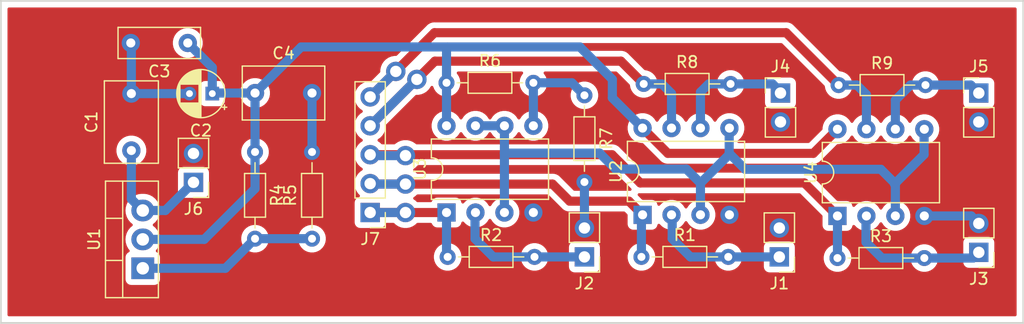
<source format=kicad_pcb>
(kicad_pcb (version 20171130) (host pcbnew 5.1.12-84ad8e8a86~92~ubuntu20.04.1)

  (general
    (thickness 1.6)
    (drawings 17)
    (tracks 130)
    (zones 0)
    (modules 24)
    (nets 17)
  )

  (page A4)
  (layers
    (0 F.Cu signal)
    (31 B.Cu signal)
    (40 Dwgs.User user)
    (41 Cmts.User user)
    (44 Edge.Cuts user)
    (45 Margin user)
    (46 B.CrtYd user)
    (47 F.CrtYd user)
  )

  (setup
    (last_trace_width 0.25)
    (user_trace_width 0.5)
    (user_trace_width 0.8)
    (trace_clearance 0.2)
    (zone_clearance 0.508)
    (zone_45_only no)
    (trace_min 0.5)
    (via_size 0.8)
    (via_drill 0.4)
    (via_min_size 0.8)
    (via_min_drill 0.3)
    (user_via 1.6 0.9)
    (uvia_size 0.3)
    (uvia_drill 0.1)
    (uvias_allowed no)
    (uvia_min_size 0.2)
    (uvia_min_drill 0.1)
    (edge_width 0.05)
    (segment_width 0.2)
    (pcb_text_width 0.3)
    (pcb_text_size 1.5 1.5)
    (mod_edge_width 0.12)
    (mod_text_size 1 1)
    (mod_text_width 0.15)
    (pad_size 1.524 1.524)
    (pad_drill 0.762)
    (pad_to_mask_clearance 0)
    (aux_axis_origin 0 0)
    (visible_elements FFFFFF7F)
    (pcbplotparams
      (layerselection 0x01000_ffffffff)
      (usegerberextensions false)
      (usegerberattributes true)
      (usegerberadvancedattributes true)
      (creategerberjobfile true)
      (excludeedgelayer true)
      (linewidth 0.100000)
      (plotframeref false)
      (viasonmask false)
      (mode 1)
      (useauxorigin false)
      (hpglpennumber 1)
      (hpglpenspeed 20)
      (hpglpendiameter 15.000000)
      (psnegative false)
      (psa4output false)
      (plotreference true)
      (plotvalue true)
      (plotinvisibletext false)
      (padsonsilk false)
      (subtractmaskfromsilk false)
      (outputformat 1)
      (mirror false)
      (drillshape 0)
      (scaleselection 1)
      (outputdirectory "gerber/"))
  )

  (net 0 "")
  (net 1 GND)
  (net 2 +5V)
  (net 3 +3.3VA)
  (net 4 "Net-(J1-Pad1)")
  (net 5 "Net-(J2-Pad1)")
  (net 6 "Net-(J3-Pad1)")
  (net 7 "Net-(J4-Pad1)")
  (net 8 "Net-(J5-Pad1)")
  (net 9 SENSE5)
  (net 10 SENSE4)
  (net 11 SENSE3)
  (net 12 SENSE2)
  (net 13 SENSE1)
  (net 14 "Net-(R4-Pad2)")
  (net 15 "Net-(R6-Pad2)")
  (net 16 VGND)

  (net_class Default "This is the default net class."
    (clearance 0.2)
    (trace_width 0.25)
    (via_dia 0.8)
    (via_drill 0.4)
    (uvia_dia 0.3)
    (uvia_drill 0.1)
  )

  (net_class Milling ""
    (clearance 0.5)
    (trace_width 0.5)
    (via_dia 1.6)
    (via_drill 0.9)
    (uvia_dia 0.3)
    (uvia_drill 0.1)
    (add_net +3.3VA)
    (add_net +5V)
    (add_net GND)
    (add_net "Net-(J1-Pad1)")
    (add_net "Net-(J2-Pad1)")
    (add_net "Net-(J3-Pad1)")
    (add_net "Net-(J4-Pad1)")
    (add_net "Net-(J5-Pad1)")
    (add_net "Net-(R4-Pad2)")
    (add_net "Net-(R6-Pad2)")
    (add_net SENSE1)
    (add_net SENSE2)
    (add_net SENSE3)
    (add_net SENSE4)
    (add_net SENSE5)
    (add_net VGND)
  )

  (module Resistor_THT:R_Axial_DIN0204_L3.6mm_D1.6mm_P7.62mm_Horizontal (layer F.Cu) (tedit 5AE5139B) (tstamp 61561FAA)
    (at 72.5 67.4 90)
    (descr "Resistor, Axial_DIN0204 series, Axial, Horizontal, pin pitch=7.62mm, 0.167W, length*diameter=3.6*1.6mm^2, http://cdn-reichelt.de/documents/datenblatt/B400/1_4W%23YAG.pdf")
    (tags "Resistor Axial_DIN0204 series Axial Horizontal pin pitch 7.62mm 0.167W length 3.6mm diameter 1.6mm")
    (path /61747723)
    (fp_text reference R5 (at 3.81 -1.92 90) (layer F.SilkS)
      (effects (font (size 1 1) (thickness 0.15)))
    )
    (fp_text value 180 (at 3.81 1.92 90) (layer F.Fab)
      (effects (font (size 1 1) (thickness 0.15)))
    )
    (fp_line (start 8.57 -1.05) (end -0.95 -1.05) (layer F.CrtYd) (width 0.05))
    (fp_line (start 8.57 1.05) (end 8.57 -1.05) (layer F.CrtYd) (width 0.05))
    (fp_line (start -0.95 1.05) (end 8.57 1.05) (layer F.CrtYd) (width 0.05))
    (fp_line (start -0.95 -1.05) (end -0.95 1.05) (layer F.CrtYd) (width 0.05))
    (fp_line (start 6.68 0) (end 5.73 0) (layer F.SilkS) (width 0.12))
    (fp_line (start 0.94 0) (end 1.89 0) (layer F.SilkS) (width 0.12))
    (fp_line (start 5.73 -0.92) (end 1.89 -0.92) (layer F.SilkS) (width 0.12))
    (fp_line (start 5.73 0.92) (end 5.73 -0.92) (layer F.SilkS) (width 0.12))
    (fp_line (start 1.89 0.92) (end 5.73 0.92) (layer F.SilkS) (width 0.12))
    (fp_line (start 1.89 -0.92) (end 1.89 0.92) (layer F.SilkS) (width 0.12))
    (fp_line (start 7.62 0) (end 5.61 0) (layer F.Fab) (width 0.1))
    (fp_line (start 0 0) (end 2.01 0) (layer F.Fab) (width 0.1))
    (fp_line (start 5.61 -0.8) (end 2.01 -0.8) (layer F.Fab) (width 0.1))
    (fp_line (start 5.61 0.8) (end 5.61 -0.8) (layer F.Fab) (width 0.1))
    (fp_line (start 2.01 0.8) (end 5.61 0.8) (layer F.Fab) (width 0.1))
    (fp_line (start 2.01 -0.8) (end 2.01 0.8) (layer F.Fab) (width 0.1))
    (fp_text user %R (at 3.81 0 90) (layer F.Fab)
      (effects (font (size 0.72 0.72) (thickness 0.108)))
    )
    (pad 2 thru_hole oval (at 7.62 0 90) (size 1.4 1.4) (drill 0.7) (layers *.Cu *.Mask)
      (net 1 GND))
    (pad 1 thru_hole circle (at 0 0 90) (size 1.4 1.4) (drill 0.7) (layers *.Cu *.Mask)
      (net 14 "Net-(R4-Pad2)"))
    (model ${KISYS3DMOD}/Resistor_THT.3dshapes/R_Axial_DIN0204_L3.6mm_D1.6mm_P7.62mm_Horizontal.wrl
      (at (xyz 0 0 0))
      (scale (xyz 1 1 1))
      (rotate (xyz 0 0 0))
    )
  )

  (module Capacitor_THT:CP_Radial_D4.0mm_P2.00mm (layer F.Cu) (tedit 5AE50EF0) (tstamp 61561E74)
    (at 63.75 54.65 180)
    (descr "CP, Radial series, Radial, pin pitch=2.00mm, , diameter=4mm, Electrolytic Capacitor")
    (tags "CP Radial series Radial pin pitch 2.00mm  diameter 4mm Electrolytic Capacitor")
    (path /618BC46C)
    (fp_text reference C2 (at 1 -3.25) (layer F.SilkS)
      (effects (font (size 1 1) (thickness 0.15)))
    )
    (fp_text value 10u (at 1 3.25) (layer F.Fab)
      (effects (font (size 1 1) (thickness 0.15)))
    )
    (fp_line (start -1.069801 -1.395) (end -1.069801 -0.995) (layer F.SilkS) (width 0.12))
    (fp_line (start -1.269801 -1.195) (end -0.869801 -1.195) (layer F.SilkS) (width 0.12))
    (fp_line (start 3.081 -0.37) (end 3.081 0.37) (layer F.SilkS) (width 0.12))
    (fp_line (start 3.041 -0.537) (end 3.041 0.537) (layer F.SilkS) (width 0.12))
    (fp_line (start 3.001 -0.664) (end 3.001 0.664) (layer F.SilkS) (width 0.12))
    (fp_line (start 2.961 -0.768) (end 2.961 0.768) (layer F.SilkS) (width 0.12))
    (fp_line (start 2.921 -0.859) (end 2.921 0.859) (layer F.SilkS) (width 0.12))
    (fp_line (start 2.881 -0.94) (end 2.881 0.94) (layer F.SilkS) (width 0.12))
    (fp_line (start 2.841 -1.013) (end 2.841 1.013) (layer F.SilkS) (width 0.12))
    (fp_line (start 2.801 0.84) (end 2.801 1.08) (layer F.SilkS) (width 0.12))
    (fp_line (start 2.801 -1.08) (end 2.801 -0.84) (layer F.SilkS) (width 0.12))
    (fp_line (start 2.761 0.84) (end 2.761 1.142) (layer F.SilkS) (width 0.12))
    (fp_line (start 2.761 -1.142) (end 2.761 -0.84) (layer F.SilkS) (width 0.12))
    (fp_line (start 2.721 0.84) (end 2.721 1.2) (layer F.SilkS) (width 0.12))
    (fp_line (start 2.721 -1.2) (end 2.721 -0.84) (layer F.SilkS) (width 0.12))
    (fp_line (start 2.681 0.84) (end 2.681 1.254) (layer F.SilkS) (width 0.12))
    (fp_line (start 2.681 -1.254) (end 2.681 -0.84) (layer F.SilkS) (width 0.12))
    (fp_line (start 2.641 0.84) (end 2.641 1.304) (layer F.SilkS) (width 0.12))
    (fp_line (start 2.641 -1.304) (end 2.641 -0.84) (layer F.SilkS) (width 0.12))
    (fp_line (start 2.601 0.84) (end 2.601 1.351) (layer F.SilkS) (width 0.12))
    (fp_line (start 2.601 -1.351) (end 2.601 -0.84) (layer F.SilkS) (width 0.12))
    (fp_line (start 2.561 0.84) (end 2.561 1.396) (layer F.SilkS) (width 0.12))
    (fp_line (start 2.561 -1.396) (end 2.561 -0.84) (layer F.SilkS) (width 0.12))
    (fp_line (start 2.521 0.84) (end 2.521 1.438) (layer F.SilkS) (width 0.12))
    (fp_line (start 2.521 -1.438) (end 2.521 -0.84) (layer F.SilkS) (width 0.12))
    (fp_line (start 2.481 0.84) (end 2.481 1.478) (layer F.SilkS) (width 0.12))
    (fp_line (start 2.481 -1.478) (end 2.481 -0.84) (layer F.SilkS) (width 0.12))
    (fp_line (start 2.441 0.84) (end 2.441 1.516) (layer F.SilkS) (width 0.12))
    (fp_line (start 2.441 -1.516) (end 2.441 -0.84) (layer F.SilkS) (width 0.12))
    (fp_line (start 2.401 0.84) (end 2.401 1.552) (layer F.SilkS) (width 0.12))
    (fp_line (start 2.401 -1.552) (end 2.401 -0.84) (layer F.SilkS) (width 0.12))
    (fp_line (start 2.361 0.84) (end 2.361 1.587) (layer F.SilkS) (width 0.12))
    (fp_line (start 2.361 -1.587) (end 2.361 -0.84) (layer F.SilkS) (width 0.12))
    (fp_line (start 2.321 0.84) (end 2.321 1.619) (layer F.SilkS) (width 0.12))
    (fp_line (start 2.321 -1.619) (end 2.321 -0.84) (layer F.SilkS) (width 0.12))
    (fp_line (start 2.281 0.84) (end 2.281 1.65) (layer F.SilkS) (width 0.12))
    (fp_line (start 2.281 -1.65) (end 2.281 -0.84) (layer F.SilkS) (width 0.12))
    (fp_line (start 2.241 0.84) (end 2.241 1.68) (layer F.SilkS) (width 0.12))
    (fp_line (start 2.241 -1.68) (end 2.241 -0.84) (layer F.SilkS) (width 0.12))
    (fp_line (start 2.201 0.84) (end 2.201 1.708) (layer F.SilkS) (width 0.12))
    (fp_line (start 2.201 -1.708) (end 2.201 -0.84) (layer F.SilkS) (width 0.12))
    (fp_line (start 2.161 0.84) (end 2.161 1.735) (layer F.SilkS) (width 0.12))
    (fp_line (start 2.161 -1.735) (end 2.161 -0.84) (layer F.SilkS) (width 0.12))
    (fp_line (start 2.121 0.84) (end 2.121 1.76) (layer F.SilkS) (width 0.12))
    (fp_line (start 2.121 -1.76) (end 2.121 -0.84) (layer F.SilkS) (width 0.12))
    (fp_line (start 2.081 0.84) (end 2.081 1.785) (layer F.SilkS) (width 0.12))
    (fp_line (start 2.081 -1.785) (end 2.081 -0.84) (layer F.SilkS) (width 0.12))
    (fp_line (start 2.041 0.84) (end 2.041 1.808) (layer F.SilkS) (width 0.12))
    (fp_line (start 2.041 -1.808) (end 2.041 -0.84) (layer F.SilkS) (width 0.12))
    (fp_line (start 2.001 0.84) (end 2.001 1.83) (layer F.SilkS) (width 0.12))
    (fp_line (start 2.001 -1.83) (end 2.001 -0.84) (layer F.SilkS) (width 0.12))
    (fp_line (start 1.961 0.84) (end 1.961 1.851) (layer F.SilkS) (width 0.12))
    (fp_line (start 1.961 -1.851) (end 1.961 -0.84) (layer F.SilkS) (width 0.12))
    (fp_line (start 1.921 0.84) (end 1.921 1.87) (layer F.SilkS) (width 0.12))
    (fp_line (start 1.921 -1.87) (end 1.921 -0.84) (layer F.SilkS) (width 0.12))
    (fp_line (start 1.881 0.84) (end 1.881 1.889) (layer F.SilkS) (width 0.12))
    (fp_line (start 1.881 -1.889) (end 1.881 -0.84) (layer F.SilkS) (width 0.12))
    (fp_line (start 1.841 0.84) (end 1.841 1.907) (layer F.SilkS) (width 0.12))
    (fp_line (start 1.841 -1.907) (end 1.841 -0.84) (layer F.SilkS) (width 0.12))
    (fp_line (start 1.801 0.84) (end 1.801 1.924) (layer F.SilkS) (width 0.12))
    (fp_line (start 1.801 -1.924) (end 1.801 -0.84) (layer F.SilkS) (width 0.12))
    (fp_line (start 1.761 0.84) (end 1.761 1.94) (layer F.SilkS) (width 0.12))
    (fp_line (start 1.761 -1.94) (end 1.761 -0.84) (layer F.SilkS) (width 0.12))
    (fp_line (start 1.721 0.84) (end 1.721 1.954) (layer F.SilkS) (width 0.12))
    (fp_line (start 1.721 -1.954) (end 1.721 -0.84) (layer F.SilkS) (width 0.12))
    (fp_line (start 1.68 0.84) (end 1.68 1.968) (layer F.SilkS) (width 0.12))
    (fp_line (start 1.68 -1.968) (end 1.68 -0.84) (layer F.SilkS) (width 0.12))
    (fp_line (start 1.64 0.84) (end 1.64 1.982) (layer F.SilkS) (width 0.12))
    (fp_line (start 1.64 -1.982) (end 1.64 -0.84) (layer F.SilkS) (width 0.12))
    (fp_line (start 1.6 0.84) (end 1.6 1.994) (layer F.SilkS) (width 0.12))
    (fp_line (start 1.6 -1.994) (end 1.6 -0.84) (layer F.SilkS) (width 0.12))
    (fp_line (start 1.56 0.84) (end 1.56 2.005) (layer F.SilkS) (width 0.12))
    (fp_line (start 1.56 -2.005) (end 1.56 -0.84) (layer F.SilkS) (width 0.12))
    (fp_line (start 1.52 0.84) (end 1.52 2.016) (layer F.SilkS) (width 0.12))
    (fp_line (start 1.52 -2.016) (end 1.52 -0.84) (layer F.SilkS) (width 0.12))
    (fp_line (start 1.48 0.84) (end 1.48 2.025) (layer F.SilkS) (width 0.12))
    (fp_line (start 1.48 -2.025) (end 1.48 -0.84) (layer F.SilkS) (width 0.12))
    (fp_line (start 1.44 0.84) (end 1.44 2.034) (layer F.SilkS) (width 0.12))
    (fp_line (start 1.44 -2.034) (end 1.44 -0.84) (layer F.SilkS) (width 0.12))
    (fp_line (start 1.4 0.84) (end 1.4 2.042) (layer F.SilkS) (width 0.12))
    (fp_line (start 1.4 -2.042) (end 1.4 -0.84) (layer F.SilkS) (width 0.12))
    (fp_line (start 1.36 0.84) (end 1.36 2.05) (layer F.SilkS) (width 0.12))
    (fp_line (start 1.36 -2.05) (end 1.36 -0.84) (layer F.SilkS) (width 0.12))
    (fp_line (start 1.32 0.84) (end 1.32 2.056) (layer F.SilkS) (width 0.12))
    (fp_line (start 1.32 -2.056) (end 1.32 -0.84) (layer F.SilkS) (width 0.12))
    (fp_line (start 1.28 0.84) (end 1.28 2.062) (layer F.SilkS) (width 0.12))
    (fp_line (start 1.28 -2.062) (end 1.28 -0.84) (layer F.SilkS) (width 0.12))
    (fp_line (start 1.24 0.84) (end 1.24 2.067) (layer F.SilkS) (width 0.12))
    (fp_line (start 1.24 -2.067) (end 1.24 -0.84) (layer F.SilkS) (width 0.12))
    (fp_line (start 1.2 0.84) (end 1.2 2.071) (layer F.SilkS) (width 0.12))
    (fp_line (start 1.2 -2.071) (end 1.2 -0.84) (layer F.SilkS) (width 0.12))
    (fp_line (start 1.16 -2.074) (end 1.16 2.074) (layer F.SilkS) (width 0.12))
    (fp_line (start 1.12 -2.077) (end 1.12 2.077) (layer F.SilkS) (width 0.12))
    (fp_line (start 1.08 -2.079) (end 1.08 2.079) (layer F.SilkS) (width 0.12))
    (fp_line (start 1.04 -2.08) (end 1.04 2.08) (layer F.SilkS) (width 0.12))
    (fp_line (start 1 -2.08) (end 1 2.08) (layer F.SilkS) (width 0.12))
    (fp_line (start -0.502554 -1.0675) (end -0.502554 -0.6675) (layer F.Fab) (width 0.1))
    (fp_line (start -0.702554 -0.8675) (end -0.302554 -0.8675) (layer F.Fab) (width 0.1))
    (fp_circle (center 1 0) (end 3.25 0) (layer F.CrtYd) (width 0.05))
    (fp_circle (center 1 0) (end 3.12 0) (layer F.SilkS) (width 0.12))
    (fp_circle (center 1 0) (end 3 0) (layer F.Fab) (width 0.1))
    (fp_text user %R (at 1 0) (layer F.Fab)
      (effects (font (size 0.8 0.8) (thickness 0.12)))
    )
    (pad 2 thru_hole circle (at 2 0 180) (size 1.2 1.2) (drill 0.6) (layers *.Cu *.Mask)
      (net 1 GND))
    (pad 1 thru_hole rect (at 0 0 180) (size 1.2 1.2) (drill 0.6) (layers *.Cu *.Mask)
      (net 3 +3.3VA))
    (model ${KISYS3DMOD}/Capacitor_THT.3dshapes/CP_Radial_D4.0mm_P2.00mm.wrl
      (at (xyz 0 0 0))
      (scale (xyz 1 1 1))
      (rotate (xyz 0 0 0))
    )
  )

  (module Resistor_THT:R_Axial_DIN0204_L3.6mm_D1.6mm_P7.62mm_Horizontal (layer F.Cu) (tedit 5AE5139B) (tstamp 61563845)
    (at 67.5 59.78 270)
    (descr "Resistor, Axial_DIN0204 series, Axial, Horizontal, pin pitch=7.62mm, 0.167W, length*diameter=3.6*1.6mm^2, http://cdn-reichelt.de/documents/datenblatt/B400/1_4W%23YAG.pdf")
    (tags "Resistor Axial_DIN0204 series Axial Horizontal pin pitch 7.62mm 0.167W length 3.6mm diameter 1.6mm")
    (path /61746EC2)
    (fp_text reference R4 (at 3.81 -1.92 90) (layer F.SilkS)
      (effects (font (size 1 1) (thickness 0.15)))
    )
    (fp_text value 270 (at 3.81 1.92 90) (layer F.Fab)
      (effects (font (size 1 1) (thickness 0.15)))
    )
    (fp_line (start 8.57 -1.05) (end -0.95 -1.05) (layer F.CrtYd) (width 0.05))
    (fp_line (start 8.57 1.05) (end 8.57 -1.05) (layer F.CrtYd) (width 0.05))
    (fp_line (start -0.95 1.05) (end 8.57 1.05) (layer F.CrtYd) (width 0.05))
    (fp_line (start -0.95 -1.05) (end -0.95 1.05) (layer F.CrtYd) (width 0.05))
    (fp_line (start 6.68 0) (end 5.73 0) (layer F.SilkS) (width 0.12))
    (fp_line (start 0.94 0) (end 1.89 0) (layer F.SilkS) (width 0.12))
    (fp_line (start 5.73 -0.92) (end 1.89 -0.92) (layer F.SilkS) (width 0.12))
    (fp_line (start 5.73 0.92) (end 5.73 -0.92) (layer F.SilkS) (width 0.12))
    (fp_line (start 1.89 0.92) (end 5.73 0.92) (layer F.SilkS) (width 0.12))
    (fp_line (start 1.89 -0.92) (end 1.89 0.92) (layer F.SilkS) (width 0.12))
    (fp_line (start 7.62 0) (end 5.61 0) (layer F.Fab) (width 0.1))
    (fp_line (start 0 0) (end 2.01 0) (layer F.Fab) (width 0.1))
    (fp_line (start 5.61 -0.8) (end 2.01 -0.8) (layer F.Fab) (width 0.1))
    (fp_line (start 5.61 0.8) (end 5.61 -0.8) (layer F.Fab) (width 0.1))
    (fp_line (start 2.01 0.8) (end 5.61 0.8) (layer F.Fab) (width 0.1))
    (fp_line (start 2.01 -0.8) (end 2.01 0.8) (layer F.Fab) (width 0.1))
    (fp_text user %R (at 3.81 0 90) (layer F.Fab)
      (effects (font (size 0.72 0.72) (thickness 0.108)))
    )
    (pad 2 thru_hole oval (at 7.62 0 270) (size 1.4 1.4) (drill 0.7) (layers *.Cu *.Mask)
      (net 14 "Net-(R4-Pad2)"))
    (pad 1 thru_hole circle (at 0 0 270) (size 1.4 1.4) (drill 0.7) (layers *.Cu *.Mask)
      (net 3 +3.3VA))
    (model ${KISYS3DMOD}/Resistor_THT.3dshapes/R_Axial_DIN0204_L3.6mm_D1.6mm_P7.62mm_Horizontal.wrl
      (at (xyz 0 0 0))
      (scale (xyz 1 1 1))
      (rotate (xyz 0 0 0))
    )
  )

  (module Package_TO_SOT_THT:TO-220-3_Vertical (layer F.Cu) (tedit 5AC8BA0D) (tstamp 61562020)
    (at 57.65 70 90)
    (descr "TO-220-3, Vertical, RM 2.54mm, see https://www.vishay.com/docs/66542/to-220-1.pdf")
    (tags "TO-220-3 Vertical RM 2.54mm")
    (path /61745AE8)
    (fp_text reference U1 (at 2.54 -4.27 90) (layer F.SilkS)
      (effects (font (size 1 1) (thickness 0.15)))
    )
    (fp_text value LM317_TO-220 (at 2.54 2.5 90) (layer F.Fab)
      (effects (font (size 1 1) (thickness 0.15)))
    )
    (fp_line (start 7.79 -3.4) (end -2.71 -3.4) (layer F.CrtYd) (width 0.05))
    (fp_line (start 7.79 1.51) (end 7.79 -3.4) (layer F.CrtYd) (width 0.05))
    (fp_line (start -2.71 1.51) (end 7.79 1.51) (layer F.CrtYd) (width 0.05))
    (fp_line (start -2.71 -3.4) (end -2.71 1.51) (layer F.CrtYd) (width 0.05))
    (fp_line (start 4.391 -3.27) (end 4.391 -1.76) (layer F.SilkS) (width 0.12))
    (fp_line (start 0.69 -3.27) (end 0.69 -1.76) (layer F.SilkS) (width 0.12))
    (fp_line (start -2.58 -1.76) (end 7.66 -1.76) (layer F.SilkS) (width 0.12))
    (fp_line (start 7.66 -3.27) (end 7.66 1.371) (layer F.SilkS) (width 0.12))
    (fp_line (start -2.58 -3.27) (end -2.58 1.371) (layer F.SilkS) (width 0.12))
    (fp_line (start -2.58 1.371) (end 7.66 1.371) (layer F.SilkS) (width 0.12))
    (fp_line (start -2.58 -3.27) (end 7.66 -3.27) (layer F.SilkS) (width 0.12))
    (fp_line (start 4.39 -3.15) (end 4.39 -1.88) (layer F.Fab) (width 0.1))
    (fp_line (start 0.69 -3.15) (end 0.69 -1.88) (layer F.Fab) (width 0.1))
    (fp_line (start -2.46 -1.88) (end 7.54 -1.88) (layer F.Fab) (width 0.1))
    (fp_line (start 7.54 -3.15) (end -2.46 -3.15) (layer F.Fab) (width 0.1))
    (fp_line (start 7.54 1.25) (end 7.54 -3.15) (layer F.Fab) (width 0.1))
    (fp_line (start -2.46 1.25) (end 7.54 1.25) (layer F.Fab) (width 0.1))
    (fp_line (start -2.46 -3.15) (end -2.46 1.25) (layer F.Fab) (width 0.1))
    (fp_text user %R (at 2.54 -4.27 90) (layer F.Fab)
      (effects (font (size 1 1) (thickness 0.15)))
    )
    (pad 3 thru_hole oval (at 5.08 0 90) (size 1.905 2) (drill 1.1) (layers *.Cu *.Mask)
      (net 2 +5V))
    (pad 2 thru_hole oval (at 2.54 0 90) (size 1.905 2) (drill 1.1) (layers *.Cu *.Mask)
      (net 3 +3.3VA))
    (pad 1 thru_hole rect (at 0 0 90) (size 1.905 2) (drill 1.1) (layers *.Cu *.Mask)
      (net 14 "Net-(R4-Pad2)"))
    (model ${KISYS3DMOD}/Package_TO_SOT_THT.3dshapes/TO-220-3_Vertical.wrl
      (at (xyz 0 0 0))
      (scale (xyz 1 1 1))
      (rotate (xyz 0 0 0))
    )
  )

  (module Capacitor_THT:C_Rect_L7.0mm_W4.5mm_P5.00mm (layer F.Cu) (tedit 5AE50EF0) (tstamp 61561E08)
    (at 56.65 59.65 90)
    (descr "C, Rect series, Radial, pin pitch=5.00mm, , length*width=7*4.5mm^2, Capacitor")
    (tags "C Rect series Radial pin pitch 5.00mm  length 7mm width 4.5mm Capacitor")
    (path /618BCEE0)
    (fp_text reference C1 (at 2.5 -3.5 90) (layer F.SilkS)
      (effects (font (size 1 1) (thickness 0.15)))
    )
    (fp_text value 1u (at 2.5 3.5 90) (layer F.Fab)
      (effects (font (size 1 1) (thickness 0.15)))
    )
    (fp_line (start 6.25 -2.5) (end -1.25 -2.5) (layer F.CrtYd) (width 0.05))
    (fp_line (start 6.25 2.5) (end 6.25 -2.5) (layer F.CrtYd) (width 0.05))
    (fp_line (start -1.25 2.5) (end 6.25 2.5) (layer F.CrtYd) (width 0.05))
    (fp_line (start -1.25 -2.5) (end -1.25 2.5) (layer F.CrtYd) (width 0.05))
    (fp_line (start 6.12 -2.37) (end 6.12 2.37) (layer F.SilkS) (width 0.12))
    (fp_line (start -1.12 -2.37) (end -1.12 2.37) (layer F.SilkS) (width 0.12))
    (fp_line (start -1.12 2.37) (end 6.12 2.37) (layer F.SilkS) (width 0.12))
    (fp_line (start -1.12 -2.37) (end 6.12 -2.37) (layer F.SilkS) (width 0.12))
    (fp_line (start 6 -2.25) (end -1 -2.25) (layer F.Fab) (width 0.1))
    (fp_line (start 6 2.25) (end 6 -2.25) (layer F.Fab) (width 0.1))
    (fp_line (start -1 2.25) (end 6 2.25) (layer F.Fab) (width 0.1))
    (fp_line (start -1 -2.25) (end -1 2.25) (layer F.Fab) (width 0.1))
    (fp_text user %R (at 2.5 0 90) (layer F.Fab)
      (effects (font (size 1 1) (thickness 0.15)))
    )
    (pad 2 thru_hole circle (at 5 0 90) (size 1.6 1.6) (drill 0.8) (layers *.Cu *.Mask)
      (net 1 GND))
    (pad 1 thru_hole circle (at 0 0 90) (size 1.6 1.6) (drill 0.8) (layers *.Cu *.Mask)
      (net 2 +5V))
    (model ${KISYS3DMOD}/Capacitor_THT.3dshapes/C_Rect_L7.0mm_W4.5mm_P5.00mm.wrl
      (at (xyz 0 0 0))
      (scale (xyz 1 1 1))
      (rotate (xyz 0 0 0))
    )
  )

  (module Capacitor_THT:C_Rect_L7.0mm_W4.5mm_P5.00mm (layer F.Cu) (tedit 5AE50EF0) (tstamp 61561E9A)
    (at 67.5 54.6)
    (descr "C, Rect series, Radial, pin pitch=5.00mm, , length*width=7*4.5mm^2, Capacitor")
    (tags "C Rect series Radial pin pitch 5.00mm  length 7mm width 4.5mm Capacitor")
    (path /616AB4D5)
    (fp_text reference C4 (at 2.5 -3.5) (layer F.SilkS)
      (effects (font (size 1 1) (thickness 0.15)))
    )
    (fp_text value 1u (at 2.5 3.5) (layer F.Fab)
      (effects (font (size 1 1) (thickness 0.15)))
    )
    (fp_line (start 6.25 -2.5) (end -1.25 -2.5) (layer F.CrtYd) (width 0.05))
    (fp_line (start 6.25 2.5) (end 6.25 -2.5) (layer F.CrtYd) (width 0.05))
    (fp_line (start -1.25 2.5) (end 6.25 2.5) (layer F.CrtYd) (width 0.05))
    (fp_line (start -1.25 -2.5) (end -1.25 2.5) (layer F.CrtYd) (width 0.05))
    (fp_line (start 6.12 -2.37) (end 6.12 2.37) (layer F.SilkS) (width 0.12))
    (fp_line (start -1.12 -2.37) (end -1.12 2.37) (layer F.SilkS) (width 0.12))
    (fp_line (start -1.12 2.37) (end 6.12 2.37) (layer F.SilkS) (width 0.12))
    (fp_line (start -1.12 -2.37) (end 6.12 -2.37) (layer F.SilkS) (width 0.12))
    (fp_line (start 6 -2.25) (end -1 -2.25) (layer F.Fab) (width 0.1))
    (fp_line (start 6 2.25) (end 6 -2.25) (layer F.Fab) (width 0.1))
    (fp_line (start -1 2.25) (end 6 2.25) (layer F.Fab) (width 0.1))
    (fp_line (start -1 -2.25) (end -1 2.25) (layer F.Fab) (width 0.1))
    (fp_text user %R (at 2.5 0) (layer F.Fab)
      (effects (font (size 1 1) (thickness 0.15)))
    )
    (pad 2 thru_hole circle (at 5 0) (size 1.6 1.6) (drill 0.8) (layers *.Cu *.Mask)
      (net 1 GND))
    (pad 1 thru_hole circle (at 0 0) (size 1.6 1.6) (drill 0.8) (layers *.Cu *.Mask)
      (net 3 +3.3VA))
    (model ${KISYS3DMOD}/Capacitor_THT.3dshapes/C_Rect_L7.0mm_W4.5mm_P5.00mm.wrl
      (at (xyz 0 0 0))
      (scale (xyz 1 1 1))
      (rotate (xyz 0 0 0))
    )
  )

  (module Capacitor_THT:C_Rect_L7.0mm_W2.5mm_P5.00mm (layer F.Cu) (tedit 5AE50EF0) (tstamp 61561E87)
    (at 61.6 50.2 180)
    (descr "C, Rect series, Radial, pin pitch=5.00mm, , length*width=7*2.5mm^2, Capacitor")
    (tags "C Rect series Radial pin pitch 5.00mm  length 7mm width 2.5mm Capacitor")
    (path /616BC609)
    (fp_text reference C3 (at 2.5 -2.5) (layer F.SilkS)
      (effects (font (size 1 1) (thickness 0.15)))
    )
    (fp_text value 0.1u (at 2.5 2.5) (layer F.Fab)
      (effects (font (size 1 1) (thickness 0.15)))
    )
    (fp_line (start 6.25 -1.5) (end -1.25 -1.5) (layer F.CrtYd) (width 0.05))
    (fp_line (start 6.25 1.5) (end 6.25 -1.5) (layer F.CrtYd) (width 0.05))
    (fp_line (start -1.25 1.5) (end 6.25 1.5) (layer F.CrtYd) (width 0.05))
    (fp_line (start -1.25 -1.5) (end -1.25 1.5) (layer F.CrtYd) (width 0.05))
    (fp_line (start 6.12 -1.37) (end 6.12 1.37) (layer F.SilkS) (width 0.12))
    (fp_line (start -1.12 -1.37) (end -1.12 1.37) (layer F.SilkS) (width 0.12))
    (fp_line (start -1.12 1.37) (end 6.12 1.37) (layer F.SilkS) (width 0.12))
    (fp_line (start -1.12 -1.37) (end 6.12 -1.37) (layer F.SilkS) (width 0.12))
    (fp_line (start 6 -1.25) (end -1 -1.25) (layer F.Fab) (width 0.1))
    (fp_line (start 6 1.25) (end 6 -1.25) (layer F.Fab) (width 0.1))
    (fp_line (start -1 1.25) (end 6 1.25) (layer F.Fab) (width 0.1))
    (fp_line (start -1 -1.25) (end -1 1.25) (layer F.Fab) (width 0.1))
    (fp_text user %R (at 2.5 0) (layer F.Fab)
      (effects (font (size 1 1) (thickness 0.15)))
    )
    (pad 2 thru_hole circle (at 5 0 180) (size 1.6 1.6) (drill 0.8) (layers *.Cu *.Mask)
      (net 1 GND))
    (pad 1 thru_hole circle (at 0 0 180) (size 1.6 1.6) (drill 0.8) (layers *.Cu *.Mask)
      (net 3 +3.3VA))
    (model ${KISYS3DMOD}/Capacitor_THT.3dshapes/C_Rect_L7.0mm_W2.5mm_P5.00mm.wrl
      (at (xyz 0 0 0))
      (scale (xyz 1 1 1))
      (rotate (xyz 0 0 0))
    )
  )

  (module Connector_PinHeader_2.54mm:PinHeader_1x05_P2.54mm_Vertical (layer F.Cu) (tedit 59FED5CC) (tstamp 61561F37)
    (at 77.6 65.1 180)
    (descr "Through hole straight pin header, 1x05, 2.54mm pitch, single row")
    (tags "Through hole pin header THT 1x05 2.54mm single row")
    (path /617C1B55)
    (fp_text reference J7 (at 0 -2.33) (layer F.SilkS)
      (effects (font (size 1 1) (thickness 0.15)))
    )
    (fp_text value Conn_01x05_Male (at 0 12.49) (layer F.Fab)
      (effects (font (size 1 1) (thickness 0.15)))
    )
    (fp_line (start 1.8 -1.8) (end -1.8 -1.8) (layer F.CrtYd) (width 0.05))
    (fp_line (start 1.8 11.95) (end 1.8 -1.8) (layer F.CrtYd) (width 0.05))
    (fp_line (start -1.8 11.95) (end 1.8 11.95) (layer F.CrtYd) (width 0.05))
    (fp_line (start -1.8 -1.8) (end -1.8 11.95) (layer F.CrtYd) (width 0.05))
    (fp_line (start -1.33 -1.33) (end 0 -1.33) (layer F.SilkS) (width 0.12))
    (fp_line (start -1.33 0) (end -1.33 -1.33) (layer F.SilkS) (width 0.12))
    (fp_line (start -1.33 1.27) (end 1.33 1.27) (layer F.SilkS) (width 0.12))
    (fp_line (start 1.33 1.27) (end 1.33 11.49) (layer F.SilkS) (width 0.12))
    (fp_line (start -1.33 1.27) (end -1.33 11.49) (layer F.SilkS) (width 0.12))
    (fp_line (start -1.33 11.49) (end 1.33 11.49) (layer F.SilkS) (width 0.12))
    (fp_line (start -1.27 -0.635) (end -0.635 -1.27) (layer F.Fab) (width 0.1))
    (fp_line (start -1.27 11.43) (end -1.27 -0.635) (layer F.Fab) (width 0.1))
    (fp_line (start 1.27 11.43) (end -1.27 11.43) (layer F.Fab) (width 0.1))
    (fp_line (start 1.27 -1.27) (end 1.27 11.43) (layer F.Fab) (width 0.1))
    (fp_line (start -0.635 -1.27) (end 1.27 -1.27) (layer F.Fab) (width 0.1))
    (fp_text user %R (at 0 5.08 90) (layer F.Fab)
      (effects (font (size 1 1) (thickness 0.15)))
    )
    (pad 5 thru_hole oval (at 0 10.16 180) (size 1.7 1.7) (drill 1) (layers *.Cu *.Mask)
      (net 11 SENSE3))
    (pad 4 thru_hole oval (at 0 7.62 180) (size 1.7 1.7) (drill 1) (layers *.Cu *.Mask)
      (net 9 SENSE5))
    (pad 3 thru_hole oval (at 0 5.08 180) (size 1.7 1.7) (drill 1) (layers *.Cu *.Mask)
      (net 10 SENSE4))
    (pad 2 thru_hole oval (at 0 2.54 180) (size 1.7 1.7) (drill 1) (layers *.Cu *.Mask)
      (net 13 SENSE1))
    (pad 1 thru_hole rect (at 0 0 180) (size 1.7 1.7) (drill 1) (layers *.Cu *.Mask)
      (net 12 SENSE2))
    (model ${KISYS3DMOD}/Connector_PinHeader_2.54mm.3dshapes/PinHeader_1x05_P2.54mm_Vertical.wrl
      (at (xyz 0 0 0))
      (scale (xyz 1 1 1))
      (rotate (xyz 0 0 0))
    )
  )

  (module Package_DIP:DIP-8_W7.62mm (layer F.Cu) (tedit 5A02E8C5) (tstamp 61562074)
    (at 118.6 65.4 90)
    (descr "8-lead though-hole mounted DIP package, row spacing 7.62 mm (300 mils)")
    (tags "THT DIP DIL PDIP 2.54mm 7.62mm 300mil")
    (path /618F1A09)
    (fp_text reference U4 (at 3.81 -2.33 90) (layer F.SilkS)
      (effects (font (size 1 1) (thickness 0.15)))
    )
    (fp_text value MCP6002-xP (at 3.81 9.95 90) (layer F.Fab)
      (effects (font (size 1 1) (thickness 0.15)))
    )
    (fp_line (start 8.7 -1.55) (end -1.1 -1.55) (layer F.CrtYd) (width 0.05))
    (fp_line (start 8.7 9.15) (end 8.7 -1.55) (layer F.CrtYd) (width 0.05))
    (fp_line (start -1.1 9.15) (end 8.7 9.15) (layer F.CrtYd) (width 0.05))
    (fp_line (start -1.1 -1.55) (end -1.1 9.15) (layer F.CrtYd) (width 0.05))
    (fp_line (start 6.46 -1.33) (end 4.81 -1.33) (layer F.SilkS) (width 0.12))
    (fp_line (start 6.46 8.95) (end 6.46 -1.33) (layer F.SilkS) (width 0.12))
    (fp_line (start 1.16 8.95) (end 6.46 8.95) (layer F.SilkS) (width 0.12))
    (fp_line (start 1.16 -1.33) (end 1.16 8.95) (layer F.SilkS) (width 0.12))
    (fp_line (start 2.81 -1.33) (end 1.16 -1.33) (layer F.SilkS) (width 0.12))
    (fp_line (start 0.635 -0.27) (end 1.635 -1.27) (layer F.Fab) (width 0.1))
    (fp_line (start 0.635 8.89) (end 0.635 -0.27) (layer F.Fab) (width 0.1))
    (fp_line (start 6.985 8.89) (end 0.635 8.89) (layer F.Fab) (width 0.1))
    (fp_line (start 6.985 -1.27) (end 6.985 8.89) (layer F.Fab) (width 0.1))
    (fp_line (start 1.635 -1.27) (end 6.985 -1.27) (layer F.Fab) (width 0.1))
    (fp_text user %R (at 3.81 3.81 90) (layer F.Fab)
      (effects (font (size 1 1) (thickness 0.15)))
    )
    (fp_arc (start 3.81 -1.33) (end 2.81 -1.33) (angle -180) (layer F.SilkS) (width 0.12))
    (pad 8 thru_hole oval (at 7.62 0 90) (size 1.6 1.6) (drill 0.8) (layers *.Cu *.Mask)
      (net 3 +3.3VA))
    (pad 4 thru_hole oval (at 0 7.62 90) (size 1.6 1.6) (drill 0.8) (layers *.Cu *.Mask)
      (net 1 GND))
    (pad 7 thru_hole oval (at 7.62 2.54 90) (size 1.6 1.6) (drill 0.8) (layers *.Cu *.Mask)
      (net 11 SENSE3))
    (pad 3 thru_hole oval (at 0 5.08 90) (size 1.6 1.6) (drill 0.8) (layers *.Cu *.Mask)
      (net 16 VGND))
    (pad 6 thru_hole oval (at 7.62 5.08 90) (size 1.6 1.6) (drill 0.8) (layers *.Cu *.Mask)
      (net 8 "Net-(J5-Pad1)"))
    (pad 2 thru_hole oval (at 0 2.54 90) (size 1.6 1.6) (drill 0.8) (layers *.Cu *.Mask)
      (net 6 "Net-(J3-Pad1)"))
    (pad 5 thru_hole oval (at 7.62 7.62 90) (size 1.6 1.6) (drill 0.8) (layers *.Cu *.Mask)
      (net 16 VGND))
    (pad 1 thru_hole rect (at 0 0 90) (size 1.6 1.6) (drill 0.8) (layers *.Cu *.Mask)
      (net 10 SENSE4))
    (model ${KISYS3DMOD}/Package_DIP.3dshapes/DIP-8_W7.62mm.wrl
      (at (xyz 0 0 0))
      (scale (xyz 1 1 1))
      (rotate (xyz 0 0 0))
    )
  )

  (module Package_DIP:DIP-8_W7.62mm (layer F.Cu) (tedit 5A02E8C5) (tstamp 61562058)
    (at 84.3 65.1 90)
    (descr "8-lead though-hole mounted DIP package, row spacing 7.62 mm (300 mils)")
    (tags "THT DIP DIL PDIP 2.54mm 7.62mm 300mil")
    (path /618F01C1)
    (fp_text reference U3 (at 3.81 -2.33 90) (layer F.SilkS)
      (effects (font (size 1 1) (thickness 0.15)))
    )
    (fp_text value MCP6002-xP (at 3.81 9.95 90) (layer F.Fab)
      (effects (font (size 1 1) (thickness 0.15)))
    )
    (fp_line (start 8.7 -1.55) (end -1.1 -1.55) (layer F.CrtYd) (width 0.05))
    (fp_line (start 8.7 9.15) (end 8.7 -1.55) (layer F.CrtYd) (width 0.05))
    (fp_line (start -1.1 9.15) (end 8.7 9.15) (layer F.CrtYd) (width 0.05))
    (fp_line (start -1.1 -1.55) (end -1.1 9.15) (layer F.CrtYd) (width 0.05))
    (fp_line (start 6.46 -1.33) (end 4.81 -1.33) (layer F.SilkS) (width 0.12))
    (fp_line (start 6.46 8.95) (end 6.46 -1.33) (layer F.SilkS) (width 0.12))
    (fp_line (start 1.16 8.95) (end 6.46 8.95) (layer F.SilkS) (width 0.12))
    (fp_line (start 1.16 -1.33) (end 1.16 8.95) (layer F.SilkS) (width 0.12))
    (fp_line (start 2.81 -1.33) (end 1.16 -1.33) (layer F.SilkS) (width 0.12))
    (fp_line (start 0.635 -0.27) (end 1.635 -1.27) (layer F.Fab) (width 0.1))
    (fp_line (start 0.635 8.89) (end 0.635 -0.27) (layer F.Fab) (width 0.1))
    (fp_line (start 6.985 8.89) (end 0.635 8.89) (layer F.Fab) (width 0.1))
    (fp_line (start 6.985 -1.27) (end 6.985 8.89) (layer F.Fab) (width 0.1))
    (fp_line (start 1.635 -1.27) (end 6.985 -1.27) (layer F.Fab) (width 0.1))
    (fp_text user %R (at 3.81 3.81 90) (layer F.Fab)
      (effects (font (size 1 1) (thickness 0.15)))
    )
    (fp_arc (start 3.81 -1.33) (end 2.81 -1.33) (angle -180) (layer F.SilkS) (width 0.12))
    (pad 8 thru_hole oval (at 7.62 0 90) (size 1.6 1.6) (drill 0.8) (layers *.Cu *.Mask)
      (net 3 +3.3VA))
    (pad 4 thru_hole oval (at 0 7.62 90) (size 1.6 1.6) (drill 0.8) (layers *.Cu *.Mask)
      (net 1 GND))
    (pad 7 thru_hole oval (at 7.62 2.54 90) (size 1.6 1.6) (drill 0.8) (layers *.Cu *.Mask)
      (net 16 VGND))
    (pad 3 thru_hole oval (at 0 5.08 90) (size 1.6 1.6) (drill 0.8) (layers *.Cu *.Mask)
      (net 16 VGND))
    (pad 6 thru_hole oval (at 7.62 5.08 90) (size 1.6 1.6) (drill 0.8) (layers *.Cu *.Mask)
      (net 16 VGND))
    (pad 2 thru_hole oval (at 0 2.54 90) (size 1.6 1.6) (drill 0.8) (layers *.Cu *.Mask)
      (net 5 "Net-(J2-Pad1)"))
    (pad 5 thru_hole oval (at 7.62 7.62 90) (size 1.6 1.6) (drill 0.8) (layers *.Cu *.Mask)
      (net 15 "Net-(R6-Pad2)"))
    (pad 1 thru_hole rect (at 0 0 90) (size 1.6 1.6) (drill 0.8) (layers *.Cu *.Mask)
      (net 12 SENSE2))
    (model ${KISYS3DMOD}/Package_DIP.3dshapes/DIP-8_W7.62mm.wrl
      (at (xyz 0 0 0))
      (scale (xyz 1 1 1))
      (rotate (xyz 0 0 0))
    )
  )

  (module Package_DIP:DIP-8_W7.62mm (layer F.Cu) (tedit 5A02E8C5) (tstamp 6156203C)
    (at 101.5 65.3 90)
    (descr "8-lead though-hole mounted DIP package, row spacing 7.62 mm (300 mils)")
    (tags "THT DIP DIL PDIP 2.54mm 7.62mm 300mil")
    (path /61530CA8)
    (fp_text reference U2 (at 3.81 -2.33 90) (layer F.SilkS)
      (effects (font (size 1 1) (thickness 0.15)))
    )
    (fp_text value MCP6002-xP (at 3.81 9.95 90) (layer F.Fab)
      (effects (font (size 1 1) (thickness 0.15)))
    )
    (fp_line (start 8.7 -1.55) (end -1.1 -1.55) (layer F.CrtYd) (width 0.05))
    (fp_line (start 8.7 9.15) (end 8.7 -1.55) (layer F.CrtYd) (width 0.05))
    (fp_line (start -1.1 9.15) (end 8.7 9.15) (layer F.CrtYd) (width 0.05))
    (fp_line (start -1.1 -1.55) (end -1.1 9.15) (layer F.CrtYd) (width 0.05))
    (fp_line (start 6.46 -1.33) (end 4.81 -1.33) (layer F.SilkS) (width 0.12))
    (fp_line (start 6.46 8.95) (end 6.46 -1.33) (layer F.SilkS) (width 0.12))
    (fp_line (start 1.16 8.95) (end 6.46 8.95) (layer F.SilkS) (width 0.12))
    (fp_line (start 1.16 -1.33) (end 1.16 8.95) (layer F.SilkS) (width 0.12))
    (fp_line (start 2.81 -1.33) (end 1.16 -1.33) (layer F.SilkS) (width 0.12))
    (fp_line (start 0.635 -0.27) (end 1.635 -1.27) (layer F.Fab) (width 0.1))
    (fp_line (start 0.635 8.89) (end 0.635 -0.27) (layer F.Fab) (width 0.1))
    (fp_line (start 6.985 8.89) (end 0.635 8.89) (layer F.Fab) (width 0.1))
    (fp_line (start 6.985 -1.27) (end 6.985 8.89) (layer F.Fab) (width 0.1))
    (fp_line (start 1.635 -1.27) (end 6.985 -1.27) (layer F.Fab) (width 0.1))
    (fp_text user %R (at 3.81 3.81 90) (layer F.Fab)
      (effects (font (size 1 1) (thickness 0.15)))
    )
    (fp_arc (start 3.81 -1.33) (end 2.81 -1.33) (angle -180) (layer F.SilkS) (width 0.12))
    (pad 8 thru_hole oval (at 7.62 0 90) (size 1.6 1.6) (drill 0.8) (layers *.Cu *.Mask)
      (net 3 +3.3VA))
    (pad 4 thru_hole oval (at 0 7.62 90) (size 1.6 1.6) (drill 0.8) (layers *.Cu *.Mask)
      (net 1 GND))
    (pad 7 thru_hole oval (at 7.62 2.54 90) (size 1.6 1.6) (drill 0.8) (layers *.Cu *.Mask)
      (net 9 SENSE5))
    (pad 3 thru_hole oval (at 0 5.08 90) (size 1.6 1.6) (drill 0.8) (layers *.Cu *.Mask)
      (net 16 VGND))
    (pad 6 thru_hole oval (at 7.62 5.08 90) (size 1.6 1.6) (drill 0.8) (layers *.Cu *.Mask)
      (net 7 "Net-(J4-Pad1)"))
    (pad 2 thru_hole oval (at 0 2.54 90) (size 1.6 1.6) (drill 0.8) (layers *.Cu *.Mask)
      (net 4 "Net-(J1-Pad1)"))
    (pad 5 thru_hole oval (at 7.62 7.62 90) (size 1.6 1.6) (drill 0.8) (layers *.Cu *.Mask)
      (net 16 VGND))
    (pad 1 thru_hole rect (at 0 0 90) (size 1.6 1.6) (drill 0.8) (layers *.Cu *.Mask)
      (net 13 SENSE1))
    (model ${KISYS3DMOD}/Package_DIP.3dshapes/DIP-8_W7.62mm.wrl
      (at (xyz 0 0 0))
      (scale (xyz 1 1 1))
      (rotate (xyz 0 0 0))
    )
  )

  (module Resistor_THT:R_Axial_DIN0204_L3.6mm_D1.6mm_P7.62mm_Horizontal (layer F.Cu) (tedit 5AE5139B) (tstamp 615646BB)
    (at 118.7 53.9)
    (descr "Resistor, Axial_DIN0204 series, Axial, Horizontal, pin pitch=7.62mm, 0.167W, length*diameter=3.6*1.6mm^2, http://cdn-reichelt.de/documents/datenblatt/B400/1_4W%23YAG.pdf")
    (tags "Resistor Axial_DIN0204 series Axial Horizontal pin pitch 7.62mm 0.167W length 3.6mm diameter 1.6mm")
    (path /615376AF)
    (fp_text reference R9 (at 3.81 -1.92) (layer F.SilkS)
      (effects (font (size 1 1) (thickness 0.15)))
    )
    (fp_text value 1.5k (at 3.81 1.92) (layer F.Fab)
      (effects (font (size 1 1) (thickness 0.15)))
    )
    (fp_line (start 8.57 -1.05) (end -0.95 -1.05) (layer F.CrtYd) (width 0.05))
    (fp_line (start 8.57 1.05) (end 8.57 -1.05) (layer F.CrtYd) (width 0.05))
    (fp_line (start -0.95 1.05) (end 8.57 1.05) (layer F.CrtYd) (width 0.05))
    (fp_line (start -0.95 -1.05) (end -0.95 1.05) (layer F.CrtYd) (width 0.05))
    (fp_line (start 6.68 0) (end 5.73 0) (layer F.SilkS) (width 0.12))
    (fp_line (start 0.94 0) (end 1.89 0) (layer F.SilkS) (width 0.12))
    (fp_line (start 5.73 -0.92) (end 1.89 -0.92) (layer F.SilkS) (width 0.12))
    (fp_line (start 5.73 0.92) (end 5.73 -0.92) (layer F.SilkS) (width 0.12))
    (fp_line (start 1.89 0.92) (end 5.73 0.92) (layer F.SilkS) (width 0.12))
    (fp_line (start 1.89 -0.92) (end 1.89 0.92) (layer F.SilkS) (width 0.12))
    (fp_line (start 7.62 0) (end 5.61 0) (layer F.Fab) (width 0.1))
    (fp_line (start 0 0) (end 2.01 0) (layer F.Fab) (width 0.1))
    (fp_line (start 5.61 -0.8) (end 2.01 -0.8) (layer F.Fab) (width 0.1))
    (fp_line (start 5.61 0.8) (end 5.61 -0.8) (layer F.Fab) (width 0.1))
    (fp_line (start 2.01 0.8) (end 5.61 0.8) (layer F.Fab) (width 0.1))
    (fp_line (start 2.01 -0.8) (end 2.01 0.8) (layer F.Fab) (width 0.1))
    (fp_text user %R (at 3.81 0) (layer F.Fab)
      (effects (font (size 0.72 0.72) (thickness 0.108)))
    )
    (pad 2 thru_hole oval (at 7.62 0) (size 1.4 1.4) (drill 0.7) (layers *.Cu *.Mask)
      (net 8 "Net-(J5-Pad1)"))
    (pad 1 thru_hole circle (at 0 0) (size 1.4 1.4) (drill 0.7) (layers *.Cu *.Mask)
      (net 11 SENSE3))
    (model ${KISYS3DMOD}/Resistor_THT.3dshapes/R_Axial_DIN0204_L3.6mm_D1.6mm_P7.62mm_Horizontal.wrl
      (at (xyz 0 0 0))
      (scale (xyz 1 1 1))
      (rotate (xyz 0 0 0))
    )
  )

  (module Resistor_THT:R_Axial_DIN0204_L3.6mm_D1.6mm_P7.62mm_Horizontal (layer F.Cu) (tedit 5AE5139B) (tstamp 61561FEF)
    (at 101.6 53.8)
    (descr "Resistor, Axial_DIN0204 series, Axial, Horizontal, pin pitch=7.62mm, 0.167W, length*diameter=3.6*1.6mm^2, http://cdn-reichelt.de/documents/datenblatt/B400/1_4W%23YAG.pdf")
    (tags "Resistor Axial_DIN0204 series Axial Horizontal pin pitch 7.62mm 0.167W length 3.6mm diameter 1.6mm")
    (path /61537BBB)
    (fp_text reference R8 (at 3.81 -1.92) (layer F.SilkS)
      (effects (font (size 1 1) (thickness 0.15)))
    )
    (fp_text value 1.5k (at 3.81 1.92) (layer F.Fab)
      (effects (font (size 1 1) (thickness 0.15)))
    )
    (fp_line (start 8.57 -1.05) (end -0.95 -1.05) (layer F.CrtYd) (width 0.05))
    (fp_line (start 8.57 1.05) (end 8.57 -1.05) (layer F.CrtYd) (width 0.05))
    (fp_line (start -0.95 1.05) (end 8.57 1.05) (layer F.CrtYd) (width 0.05))
    (fp_line (start -0.95 -1.05) (end -0.95 1.05) (layer F.CrtYd) (width 0.05))
    (fp_line (start 6.68 0) (end 5.73 0) (layer F.SilkS) (width 0.12))
    (fp_line (start 0.94 0) (end 1.89 0) (layer F.SilkS) (width 0.12))
    (fp_line (start 5.73 -0.92) (end 1.89 -0.92) (layer F.SilkS) (width 0.12))
    (fp_line (start 5.73 0.92) (end 5.73 -0.92) (layer F.SilkS) (width 0.12))
    (fp_line (start 1.89 0.92) (end 5.73 0.92) (layer F.SilkS) (width 0.12))
    (fp_line (start 1.89 -0.92) (end 1.89 0.92) (layer F.SilkS) (width 0.12))
    (fp_line (start 7.62 0) (end 5.61 0) (layer F.Fab) (width 0.1))
    (fp_line (start 0 0) (end 2.01 0) (layer F.Fab) (width 0.1))
    (fp_line (start 5.61 -0.8) (end 2.01 -0.8) (layer F.Fab) (width 0.1))
    (fp_line (start 5.61 0.8) (end 5.61 -0.8) (layer F.Fab) (width 0.1))
    (fp_line (start 2.01 0.8) (end 5.61 0.8) (layer F.Fab) (width 0.1))
    (fp_line (start 2.01 -0.8) (end 2.01 0.8) (layer F.Fab) (width 0.1))
    (fp_text user %R (at 3.81 0) (layer F.Fab)
      (effects (font (size 0.72 0.72) (thickness 0.108)))
    )
    (pad 2 thru_hole oval (at 7.62 0) (size 1.4 1.4) (drill 0.7) (layers *.Cu *.Mask)
      (net 7 "Net-(J4-Pad1)"))
    (pad 1 thru_hole circle (at 0 0) (size 1.4 1.4) (drill 0.7) (layers *.Cu *.Mask)
      (net 9 SENSE5))
    (model ${KISYS3DMOD}/Resistor_THT.3dshapes/R_Axial_DIN0204_L3.6mm_D1.6mm_P7.62mm_Horizontal.wrl
      (at (xyz 0 0 0))
      (scale (xyz 1 1 1))
      (rotate (xyz 0 0 0))
    )
  )

  (module Resistor_THT:R_Axial_DIN0204_L3.6mm_D1.6mm_P7.62mm_Horizontal (layer F.Cu) (tedit 5AE5139B) (tstamp 61561FD8)
    (at 96.4 54.8 270)
    (descr "Resistor, Axial_DIN0204 series, Axial, Horizontal, pin pitch=7.62mm, 0.167W, length*diameter=3.6*1.6mm^2, http://cdn-reichelt.de/documents/datenblatt/B400/1_4W%23YAG.pdf")
    (tags "Resistor Axial_DIN0204 series Axial Horizontal pin pitch 7.62mm 0.167W length 3.6mm diameter 1.6mm")
    (path /615D0A4B)
    (fp_text reference R7 (at 3.81 -1.92 90) (layer F.SilkS)
      (effects (font (size 1 1) (thickness 0.15)))
    )
    (fp_text value 9k (at 3.81 1.92 90) (layer F.Fab)
      (effects (font (size 1 1) (thickness 0.15)))
    )
    (fp_line (start 8.57 -1.05) (end -0.95 -1.05) (layer F.CrtYd) (width 0.05))
    (fp_line (start 8.57 1.05) (end 8.57 -1.05) (layer F.CrtYd) (width 0.05))
    (fp_line (start -0.95 1.05) (end 8.57 1.05) (layer F.CrtYd) (width 0.05))
    (fp_line (start -0.95 -1.05) (end -0.95 1.05) (layer F.CrtYd) (width 0.05))
    (fp_line (start 6.68 0) (end 5.73 0) (layer F.SilkS) (width 0.12))
    (fp_line (start 0.94 0) (end 1.89 0) (layer F.SilkS) (width 0.12))
    (fp_line (start 5.73 -0.92) (end 1.89 -0.92) (layer F.SilkS) (width 0.12))
    (fp_line (start 5.73 0.92) (end 5.73 -0.92) (layer F.SilkS) (width 0.12))
    (fp_line (start 1.89 0.92) (end 5.73 0.92) (layer F.SilkS) (width 0.12))
    (fp_line (start 1.89 -0.92) (end 1.89 0.92) (layer F.SilkS) (width 0.12))
    (fp_line (start 7.62 0) (end 5.61 0) (layer F.Fab) (width 0.1))
    (fp_line (start 0 0) (end 2.01 0) (layer F.Fab) (width 0.1))
    (fp_line (start 5.61 -0.8) (end 2.01 -0.8) (layer F.Fab) (width 0.1))
    (fp_line (start 5.61 0.8) (end 5.61 -0.8) (layer F.Fab) (width 0.1))
    (fp_line (start 2.01 0.8) (end 5.61 0.8) (layer F.Fab) (width 0.1))
    (fp_line (start 2.01 -0.8) (end 2.01 0.8) (layer F.Fab) (width 0.1))
    (fp_text user %R (at 3.81 0 90) (layer F.Fab)
      (effects (font (size 0.72 0.72) (thickness 0.108)))
    )
    (pad 2 thru_hole oval (at 7.62 0 270) (size 1.4 1.4) (drill 0.7) (layers *.Cu *.Mask)
      (net 1 GND))
    (pad 1 thru_hole circle (at 0 0 270) (size 1.4 1.4) (drill 0.7) (layers *.Cu *.Mask)
      (net 15 "Net-(R6-Pad2)"))
    (model ${KISYS3DMOD}/Resistor_THT.3dshapes/R_Axial_DIN0204_L3.6mm_D1.6mm_P7.62mm_Horizontal.wrl
      (at (xyz 0 0 0))
      (scale (xyz 1 1 1))
      (rotate (xyz 0 0 0))
    )
  )

  (module Resistor_THT:R_Axial_DIN0204_L3.6mm_D1.6mm_P7.62mm_Horizontal (layer F.Cu) (tedit 5AE5139B) (tstamp 61561FC1)
    (at 84.3 53.7)
    (descr "Resistor, Axial_DIN0204 series, Axial, Horizontal, pin pitch=7.62mm, 0.167W, length*diameter=3.6*1.6mm^2, http://cdn-reichelt.de/documents/datenblatt/B400/1_4W%23YAG.pdf")
    (tags "Resistor Axial_DIN0204 series Axial Horizontal pin pitch 7.62mm 0.167W length 3.6mm diameter 1.6mm")
    (path /615D068F)
    (fp_text reference R6 (at 3.81 -1.92) (layer F.SilkS)
      (effects (font (size 1 1) (thickness 0.15)))
    )
    (fp_text value 42k (at 3.81 1.92) (layer F.Fab)
      (effects (font (size 1 1) (thickness 0.15)))
    )
    (fp_line (start 8.57 -1.05) (end -0.95 -1.05) (layer F.CrtYd) (width 0.05))
    (fp_line (start 8.57 1.05) (end 8.57 -1.05) (layer F.CrtYd) (width 0.05))
    (fp_line (start -0.95 1.05) (end 8.57 1.05) (layer F.CrtYd) (width 0.05))
    (fp_line (start -0.95 -1.05) (end -0.95 1.05) (layer F.CrtYd) (width 0.05))
    (fp_line (start 6.68 0) (end 5.73 0) (layer F.SilkS) (width 0.12))
    (fp_line (start 0.94 0) (end 1.89 0) (layer F.SilkS) (width 0.12))
    (fp_line (start 5.73 -0.92) (end 1.89 -0.92) (layer F.SilkS) (width 0.12))
    (fp_line (start 5.73 0.92) (end 5.73 -0.92) (layer F.SilkS) (width 0.12))
    (fp_line (start 1.89 0.92) (end 5.73 0.92) (layer F.SilkS) (width 0.12))
    (fp_line (start 1.89 -0.92) (end 1.89 0.92) (layer F.SilkS) (width 0.12))
    (fp_line (start 7.62 0) (end 5.61 0) (layer F.Fab) (width 0.1))
    (fp_line (start 0 0) (end 2.01 0) (layer F.Fab) (width 0.1))
    (fp_line (start 5.61 -0.8) (end 2.01 -0.8) (layer F.Fab) (width 0.1))
    (fp_line (start 5.61 0.8) (end 5.61 -0.8) (layer F.Fab) (width 0.1))
    (fp_line (start 2.01 0.8) (end 5.61 0.8) (layer F.Fab) (width 0.1))
    (fp_line (start 2.01 -0.8) (end 2.01 0.8) (layer F.Fab) (width 0.1))
    (fp_text user %R (at 3.81 0) (layer F.Fab)
      (effects (font (size 0.72 0.72) (thickness 0.108)))
    )
    (pad 2 thru_hole oval (at 7.62 0) (size 1.4 1.4) (drill 0.7) (layers *.Cu *.Mask)
      (net 15 "Net-(R6-Pad2)"))
    (pad 1 thru_hole circle (at 0 0) (size 1.4 1.4) (drill 0.7) (layers *.Cu *.Mask)
      (net 3 +3.3VA))
    (model ${KISYS3DMOD}/Resistor_THT.3dshapes/R_Axial_DIN0204_L3.6mm_D1.6mm_P7.62mm_Horizontal.wrl
      (at (xyz 0 0 0))
      (scale (xyz 1 1 1))
      (rotate (xyz 0 0 0))
    )
  )

  (module Resistor_THT:R_Axial_DIN0204_L3.6mm_D1.6mm_P7.62mm_Horizontal (layer F.Cu) (tedit 5AE5139B) (tstamp 61561F7C)
    (at 118.6 69.1)
    (descr "Resistor, Axial_DIN0204 series, Axial, Horizontal, pin pitch=7.62mm, 0.167W, length*diameter=3.6*1.6mm^2, http://cdn-reichelt.de/documents/datenblatt/B400/1_4W%23YAG.pdf")
    (tags "Resistor Axial_DIN0204 series Axial Horizontal pin pitch 7.62mm 0.167W length 3.6mm diameter 1.6mm")
    (path /61536957)
    (fp_text reference R3 (at 3.81 -1.92) (layer F.SilkS)
      (effects (font (size 1 1) (thickness 0.15)))
    )
    (fp_text value 1.5k (at 3.81 1.92) (layer F.Fab)
      (effects (font (size 1 1) (thickness 0.15)))
    )
    (fp_line (start 8.57 -1.05) (end -0.95 -1.05) (layer F.CrtYd) (width 0.05))
    (fp_line (start 8.57 1.05) (end 8.57 -1.05) (layer F.CrtYd) (width 0.05))
    (fp_line (start -0.95 1.05) (end 8.57 1.05) (layer F.CrtYd) (width 0.05))
    (fp_line (start -0.95 -1.05) (end -0.95 1.05) (layer F.CrtYd) (width 0.05))
    (fp_line (start 6.68 0) (end 5.73 0) (layer F.SilkS) (width 0.12))
    (fp_line (start 0.94 0) (end 1.89 0) (layer F.SilkS) (width 0.12))
    (fp_line (start 5.73 -0.92) (end 1.89 -0.92) (layer F.SilkS) (width 0.12))
    (fp_line (start 5.73 0.92) (end 5.73 -0.92) (layer F.SilkS) (width 0.12))
    (fp_line (start 1.89 0.92) (end 5.73 0.92) (layer F.SilkS) (width 0.12))
    (fp_line (start 1.89 -0.92) (end 1.89 0.92) (layer F.SilkS) (width 0.12))
    (fp_line (start 7.62 0) (end 5.61 0) (layer F.Fab) (width 0.1))
    (fp_line (start 0 0) (end 2.01 0) (layer F.Fab) (width 0.1))
    (fp_line (start 5.61 -0.8) (end 2.01 -0.8) (layer F.Fab) (width 0.1))
    (fp_line (start 5.61 0.8) (end 5.61 -0.8) (layer F.Fab) (width 0.1))
    (fp_line (start 2.01 0.8) (end 5.61 0.8) (layer F.Fab) (width 0.1))
    (fp_line (start 2.01 -0.8) (end 2.01 0.8) (layer F.Fab) (width 0.1))
    (fp_text user %R (at 3.81 0) (layer F.Fab)
      (effects (font (size 0.72 0.72) (thickness 0.108)))
    )
    (pad 2 thru_hole oval (at 7.62 0) (size 1.4 1.4) (drill 0.7) (layers *.Cu *.Mask)
      (net 6 "Net-(J3-Pad1)"))
    (pad 1 thru_hole circle (at 0 0) (size 1.4 1.4) (drill 0.7) (layers *.Cu *.Mask)
      (net 10 SENSE4))
    (model ${KISYS3DMOD}/Resistor_THT.3dshapes/R_Axial_DIN0204_L3.6mm_D1.6mm_P7.62mm_Horizontal.wrl
      (at (xyz 0 0 0))
      (scale (xyz 1 1 1))
      (rotate (xyz 0 0 0))
    )
  )

  (module Resistor_THT:R_Axial_DIN0204_L3.6mm_D1.6mm_P7.62mm_Horizontal (layer F.Cu) (tedit 5AE5139B) (tstamp 61561F65)
    (at 84.4 69)
    (descr "Resistor, Axial_DIN0204 series, Axial, Horizontal, pin pitch=7.62mm, 0.167W, length*diameter=3.6*1.6mm^2, http://cdn-reichelt.de/documents/datenblatt/B400/1_4W%23YAG.pdf")
    (tags "Resistor Axial_DIN0204 series Axial Horizontal pin pitch 7.62mm 0.167W length 3.6mm diameter 1.6mm")
    (path /615366D8)
    (fp_text reference R2 (at 3.81 -1.92) (layer F.SilkS)
      (effects (font (size 1 1) (thickness 0.15)))
    )
    (fp_text value 1.5k (at 3.81 1.92) (layer F.Fab)
      (effects (font (size 1 1) (thickness 0.15)))
    )
    (fp_line (start 8.57 -1.05) (end -0.95 -1.05) (layer F.CrtYd) (width 0.05))
    (fp_line (start 8.57 1.05) (end 8.57 -1.05) (layer F.CrtYd) (width 0.05))
    (fp_line (start -0.95 1.05) (end 8.57 1.05) (layer F.CrtYd) (width 0.05))
    (fp_line (start -0.95 -1.05) (end -0.95 1.05) (layer F.CrtYd) (width 0.05))
    (fp_line (start 6.68 0) (end 5.73 0) (layer F.SilkS) (width 0.12))
    (fp_line (start 0.94 0) (end 1.89 0) (layer F.SilkS) (width 0.12))
    (fp_line (start 5.73 -0.92) (end 1.89 -0.92) (layer F.SilkS) (width 0.12))
    (fp_line (start 5.73 0.92) (end 5.73 -0.92) (layer F.SilkS) (width 0.12))
    (fp_line (start 1.89 0.92) (end 5.73 0.92) (layer F.SilkS) (width 0.12))
    (fp_line (start 1.89 -0.92) (end 1.89 0.92) (layer F.SilkS) (width 0.12))
    (fp_line (start 7.62 0) (end 5.61 0) (layer F.Fab) (width 0.1))
    (fp_line (start 0 0) (end 2.01 0) (layer F.Fab) (width 0.1))
    (fp_line (start 5.61 -0.8) (end 2.01 -0.8) (layer F.Fab) (width 0.1))
    (fp_line (start 5.61 0.8) (end 5.61 -0.8) (layer F.Fab) (width 0.1))
    (fp_line (start 2.01 0.8) (end 5.61 0.8) (layer F.Fab) (width 0.1))
    (fp_line (start 2.01 -0.8) (end 2.01 0.8) (layer F.Fab) (width 0.1))
    (fp_text user %R (at 3.81 0) (layer F.Fab)
      (effects (font (size 0.72 0.72) (thickness 0.108)))
    )
    (pad 2 thru_hole oval (at 7.62 0) (size 1.4 1.4) (drill 0.7) (layers *.Cu *.Mask)
      (net 5 "Net-(J2-Pad1)"))
    (pad 1 thru_hole circle (at 0 0) (size 1.4 1.4) (drill 0.7) (layers *.Cu *.Mask)
      (net 12 SENSE2))
    (model ${KISYS3DMOD}/Resistor_THT.3dshapes/R_Axial_DIN0204_L3.6mm_D1.6mm_P7.62mm_Horizontal.wrl
      (at (xyz 0 0 0))
      (scale (xyz 1 1 1))
      (rotate (xyz 0 0 0))
    )
  )

  (module Resistor_THT:R_Axial_DIN0204_L3.6mm_D1.6mm_P7.62mm_Horizontal (layer F.Cu) (tedit 5AE5139B) (tstamp 61561F4E)
    (at 101.4 69)
    (descr "Resistor, Axial_DIN0204 series, Axial, Horizontal, pin pitch=7.62mm, 0.167W, length*diameter=3.6*1.6mm^2, http://cdn-reichelt.de/documents/datenblatt/B400/1_4W%23YAG.pdf")
    (tags "Resistor Axial_DIN0204 series Axial Horizontal pin pitch 7.62mm 0.167W length 3.6mm diameter 1.6mm")
    (path /61535978)
    (fp_text reference R1 (at 3.81 -1.92) (layer F.SilkS)
      (effects (font (size 1 1) (thickness 0.15)))
    )
    (fp_text value 1.5k (at 3.81 1.92) (layer F.Fab)
      (effects (font (size 1 1) (thickness 0.15)))
    )
    (fp_line (start 8.57 -1.05) (end -0.95 -1.05) (layer F.CrtYd) (width 0.05))
    (fp_line (start 8.57 1.05) (end 8.57 -1.05) (layer F.CrtYd) (width 0.05))
    (fp_line (start -0.95 1.05) (end 8.57 1.05) (layer F.CrtYd) (width 0.05))
    (fp_line (start -0.95 -1.05) (end -0.95 1.05) (layer F.CrtYd) (width 0.05))
    (fp_line (start 6.68 0) (end 5.73 0) (layer F.SilkS) (width 0.12))
    (fp_line (start 0.94 0) (end 1.89 0) (layer F.SilkS) (width 0.12))
    (fp_line (start 5.73 -0.92) (end 1.89 -0.92) (layer F.SilkS) (width 0.12))
    (fp_line (start 5.73 0.92) (end 5.73 -0.92) (layer F.SilkS) (width 0.12))
    (fp_line (start 1.89 0.92) (end 5.73 0.92) (layer F.SilkS) (width 0.12))
    (fp_line (start 1.89 -0.92) (end 1.89 0.92) (layer F.SilkS) (width 0.12))
    (fp_line (start 7.62 0) (end 5.61 0) (layer F.Fab) (width 0.1))
    (fp_line (start 0 0) (end 2.01 0) (layer F.Fab) (width 0.1))
    (fp_line (start 5.61 -0.8) (end 2.01 -0.8) (layer F.Fab) (width 0.1))
    (fp_line (start 5.61 0.8) (end 5.61 -0.8) (layer F.Fab) (width 0.1))
    (fp_line (start 2.01 0.8) (end 5.61 0.8) (layer F.Fab) (width 0.1))
    (fp_line (start 2.01 -0.8) (end 2.01 0.8) (layer F.Fab) (width 0.1))
    (fp_text user %R (at 3.81 0) (layer F.Fab)
      (effects (font (size 0.72 0.72) (thickness 0.108)))
    )
    (pad 2 thru_hole oval (at 7.62 0) (size 1.4 1.4) (drill 0.7) (layers *.Cu *.Mask)
      (net 4 "Net-(J1-Pad1)"))
    (pad 1 thru_hole circle (at 0 0) (size 1.4 1.4) (drill 0.7) (layers *.Cu *.Mask)
      (net 13 SENSE1))
    (model ${KISYS3DMOD}/Resistor_THT.3dshapes/R_Axial_DIN0204_L3.6mm_D1.6mm_P7.62mm_Horizontal.wrl
      (at (xyz 0 0 0))
      (scale (xyz 1 1 1))
      (rotate (xyz 0 0 0))
    )
  )

  (module Connector_PinHeader_2.54mm:PinHeader_1x02_P2.54mm_Vertical (layer F.Cu) (tedit 59FED5CC) (tstamp 61561F1E)
    (at 62.1 62.45 180)
    (descr "Through hole straight pin header, 1x02, 2.54mm pitch, single row")
    (tags "Through hole pin header THT 1x02 2.54mm single row")
    (path /617A8BCB)
    (fp_text reference J6 (at 0 -2.33) (layer F.SilkS)
      (effects (font (size 1 1) (thickness 0.15)))
    )
    (fp_text value Conn_01x02_Male (at 0 4.87) (layer F.Fab)
      (effects (font (size 1 1) (thickness 0.15)))
    )
    (fp_line (start 1.8 -1.8) (end -1.8 -1.8) (layer F.CrtYd) (width 0.05))
    (fp_line (start 1.8 4.35) (end 1.8 -1.8) (layer F.CrtYd) (width 0.05))
    (fp_line (start -1.8 4.35) (end 1.8 4.35) (layer F.CrtYd) (width 0.05))
    (fp_line (start -1.8 -1.8) (end -1.8 4.35) (layer F.CrtYd) (width 0.05))
    (fp_line (start -1.33 -1.33) (end 0 -1.33) (layer F.SilkS) (width 0.12))
    (fp_line (start -1.33 0) (end -1.33 -1.33) (layer F.SilkS) (width 0.12))
    (fp_line (start -1.33 1.27) (end 1.33 1.27) (layer F.SilkS) (width 0.12))
    (fp_line (start 1.33 1.27) (end 1.33 3.87) (layer F.SilkS) (width 0.12))
    (fp_line (start -1.33 1.27) (end -1.33 3.87) (layer F.SilkS) (width 0.12))
    (fp_line (start -1.33 3.87) (end 1.33 3.87) (layer F.SilkS) (width 0.12))
    (fp_line (start -1.27 -0.635) (end -0.635 -1.27) (layer F.Fab) (width 0.1))
    (fp_line (start -1.27 3.81) (end -1.27 -0.635) (layer F.Fab) (width 0.1))
    (fp_line (start 1.27 3.81) (end -1.27 3.81) (layer F.Fab) (width 0.1))
    (fp_line (start 1.27 -1.27) (end 1.27 3.81) (layer F.Fab) (width 0.1))
    (fp_line (start -0.635 -1.27) (end 1.27 -1.27) (layer F.Fab) (width 0.1))
    (fp_text user %R (at 0 1.27 90) (layer F.Fab)
      (effects (font (size 1 1) (thickness 0.15)))
    )
    (pad 2 thru_hole oval (at 0 2.54 180) (size 1.7 1.7) (drill 1) (layers *.Cu *.Mask)
      (net 1 GND))
    (pad 1 thru_hole rect (at 0 0 180) (size 1.7 1.7) (drill 1) (layers *.Cu *.Mask)
      (net 2 +5V))
    (model ${KISYS3DMOD}/Connector_PinHeader_2.54mm.3dshapes/PinHeader_1x02_P2.54mm_Vertical.wrl
      (at (xyz 0 0 0))
      (scale (xyz 1 1 1))
      (rotate (xyz 0 0 0))
    )
  )

  (module Connector_PinHeader_2.54mm:PinHeader_1x02_P2.54mm_Vertical (layer F.Cu) (tedit 59FED5CC) (tstamp 61561F08)
    (at 131 54.6)
    (descr "Through hole straight pin header, 1x02, 2.54mm pitch, single row")
    (tags "Through hole pin header THT 1x02 2.54mm single row")
    (path /615629C1)
    (fp_text reference J5 (at 0 -2.33) (layer F.SilkS)
      (effects (font (size 1 1) (thickness 0.15)))
    )
    (fp_text value Conn_01x02_Male (at 0 4.87) (layer F.Fab)
      (effects (font (size 1 1) (thickness 0.15)))
    )
    (fp_line (start 1.8 -1.8) (end -1.8 -1.8) (layer F.CrtYd) (width 0.05))
    (fp_line (start 1.8 4.35) (end 1.8 -1.8) (layer F.CrtYd) (width 0.05))
    (fp_line (start -1.8 4.35) (end 1.8 4.35) (layer F.CrtYd) (width 0.05))
    (fp_line (start -1.8 -1.8) (end -1.8 4.35) (layer F.CrtYd) (width 0.05))
    (fp_line (start -1.33 -1.33) (end 0 -1.33) (layer F.SilkS) (width 0.12))
    (fp_line (start -1.33 0) (end -1.33 -1.33) (layer F.SilkS) (width 0.12))
    (fp_line (start -1.33 1.27) (end 1.33 1.27) (layer F.SilkS) (width 0.12))
    (fp_line (start 1.33 1.27) (end 1.33 3.87) (layer F.SilkS) (width 0.12))
    (fp_line (start -1.33 1.27) (end -1.33 3.87) (layer F.SilkS) (width 0.12))
    (fp_line (start -1.33 3.87) (end 1.33 3.87) (layer F.SilkS) (width 0.12))
    (fp_line (start -1.27 -0.635) (end -0.635 -1.27) (layer F.Fab) (width 0.1))
    (fp_line (start -1.27 3.81) (end -1.27 -0.635) (layer F.Fab) (width 0.1))
    (fp_line (start 1.27 3.81) (end -1.27 3.81) (layer F.Fab) (width 0.1))
    (fp_line (start 1.27 -1.27) (end 1.27 3.81) (layer F.Fab) (width 0.1))
    (fp_line (start -0.635 -1.27) (end 1.27 -1.27) (layer F.Fab) (width 0.1))
    (fp_text user %R (at 0 1.27 90) (layer F.Fab)
      (effects (font (size 1 1) (thickness 0.15)))
    )
    (pad 2 thru_hole oval (at 0 2.54) (size 1.7 1.7) (drill 1) (layers *.Cu *.Mask)
      (net 1 GND))
    (pad 1 thru_hole rect (at 0 0) (size 1.7 1.7) (drill 1) (layers *.Cu *.Mask)
      (net 8 "Net-(J5-Pad1)"))
    (model ${KISYS3DMOD}/Connector_PinHeader_2.54mm.3dshapes/PinHeader_1x02_P2.54mm_Vertical.wrl
      (at (xyz 0 0 0))
      (scale (xyz 1 1 1))
      (rotate (xyz 0 0 0))
    )
  )

  (module Connector_PinHeader_2.54mm:PinHeader_1x02_P2.54mm_Vertical (layer F.Cu) (tedit 59FED5CC) (tstamp 61561EF2)
    (at 113.6 54.6)
    (descr "Through hole straight pin header, 1x02, 2.54mm pitch, single row")
    (tags "Through hole pin header THT 1x02 2.54mm single row")
    (path /61562FD8)
    (fp_text reference J4 (at 0 -2.33) (layer F.SilkS)
      (effects (font (size 1 1) (thickness 0.15)))
    )
    (fp_text value Conn_01x02_Male (at 0 4.87) (layer F.Fab)
      (effects (font (size 1 1) (thickness 0.15)))
    )
    (fp_line (start 1.8 -1.8) (end -1.8 -1.8) (layer F.CrtYd) (width 0.05))
    (fp_line (start 1.8 4.35) (end 1.8 -1.8) (layer F.CrtYd) (width 0.05))
    (fp_line (start -1.8 4.35) (end 1.8 4.35) (layer F.CrtYd) (width 0.05))
    (fp_line (start -1.8 -1.8) (end -1.8 4.35) (layer F.CrtYd) (width 0.05))
    (fp_line (start -1.33 -1.33) (end 0 -1.33) (layer F.SilkS) (width 0.12))
    (fp_line (start -1.33 0) (end -1.33 -1.33) (layer F.SilkS) (width 0.12))
    (fp_line (start -1.33 1.27) (end 1.33 1.27) (layer F.SilkS) (width 0.12))
    (fp_line (start 1.33 1.27) (end 1.33 3.87) (layer F.SilkS) (width 0.12))
    (fp_line (start -1.33 1.27) (end -1.33 3.87) (layer F.SilkS) (width 0.12))
    (fp_line (start -1.33 3.87) (end 1.33 3.87) (layer F.SilkS) (width 0.12))
    (fp_line (start -1.27 -0.635) (end -0.635 -1.27) (layer F.Fab) (width 0.1))
    (fp_line (start -1.27 3.81) (end -1.27 -0.635) (layer F.Fab) (width 0.1))
    (fp_line (start 1.27 3.81) (end -1.27 3.81) (layer F.Fab) (width 0.1))
    (fp_line (start 1.27 -1.27) (end 1.27 3.81) (layer F.Fab) (width 0.1))
    (fp_line (start -0.635 -1.27) (end 1.27 -1.27) (layer F.Fab) (width 0.1))
    (fp_text user %R (at 0 1.27 90) (layer F.Fab)
      (effects (font (size 1 1) (thickness 0.15)))
    )
    (pad 2 thru_hole oval (at 0 2.54) (size 1.7 1.7) (drill 1) (layers *.Cu *.Mask)
      (net 1 GND))
    (pad 1 thru_hole rect (at 0 0) (size 1.7 1.7) (drill 1) (layers *.Cu *.Mask)
      (net 7 "Net-(J4-Pad1)"))
    (model ${KISYS3DMOD}/Connector_PinHeader_2.54mm.3dshapes/PinHeader_1x02_P2.54mm_Vertical.wrl
      (at (xyz 0 0 0))
      (scale (xyz 1 1 1))
      (rotate (xyz 0 0 0))
    )
  )

  (module Connector_PinHeader_2.54mm:PinHeader_1x02_P2.54mm_Vertical (layer F.Cu) (tedit 59FED5CC) (tstamp 61561EDC)
    (at 131 68.6 180)
    (descr "Through hole straight pin header, 1x02, 2.54mm pitch, single row")
    (tags "Through hole pin header THT 1x02 2.54mm single row")
    (path /615626D6)
    (fp_text reference J3 (at 0 -2.33) (layer F.SilkS)
      (effects (font (size 1 1) (thickness 0.15)))
    )
    (fp_text value Conn_01x02_Male (at 0 4.87) (layer F.Fab)
      (effects (font (size 1 1) (thickness 0.15)))
    )
    (fp_line (start 1.8 -1.8) (end -1.8 -1.8) (layer F.CrtYd) (width 0.05))
    (fp_line (start 1.8 4.35) (end 1.8 -1.8) (layer F.CrtYd) (width 0.05))
    (fp_line (start -1.8 4.35) (end 1.8 4.35) (layer F.CrtYd) (width 0.05))
    (fp_line (start -1.8 -1.8) (end -1.8 4.35) (layer F.CrtYd) (width 0.05))
    (fp_line (start -1.33 -1.33) (end 0 -1.33) (layer F.SilkS) (width 0.12))
    (fp_line (start -1.33 0) (end -1.33 -1.33) (layer F.SilkS) (width 0.12))
    (fp_line (start -1.33 1.27) (end 1.33 1.27) (layer F.SilkS) (width 0.12))
    (fp_line (start 1.33 1.27) (end 1.33 3.87) (layer F.SilkS) (width 0.12))
    (fp_line (start -1.33 1.27) (end -1.33 3.87) (layer F.SilkS) (width 0.12))
    (fp_line (start -1.33 3.87) (end 1.33 3.87) (layer F.SilkS) (width 0.12))
    (fp_line (start -1.27 -0.635) (end -0.635 -1.27) (layer F.Fab) (width 0.1))
    (fp_line (start -1.27 3.81) (end -1.27 -0.635) (layer F.Fab) (width 0.1))
    (fp_line (start 1.27 3.81) (end -1.27 3.81) (layer F.Fab) (width 0.1))
    (fp_line (start 1.27 -1.27) (end 1.27 3.81) (layer F.Fab) (width 0.1))
    (fp_line (start -0.635 -1.27) (end 1.27 -1.27) (layer F.Fab) (width 0.1))
    (fp_text user %R (at 0 1.27 90) (layer F.Fab)
      (effects (font (size 1 1) (thickness 0.15)))
    )
    (pad 2 thru_hole oval (at 0 2.54 180) (size 1.7 1.7) (drill 1) (layers *.Cu *.Mask)
      (net 1 GND))
    (pad 1 thru_hole rect (at 0 0 180) (size 1.7 1.7) (drill 1) (layers *.Cu *.Mask)
      (net 6 "Net-(J3-Pad1)"))
    (model ${KISYS3DMOD}/Connector_PinHeader_2.54mm.3dshapes/PinHeader_1x02_P2.54mm_Vertical.wrl
      (at (xyz 0 0 0))
      (scale (xyz 1 1 1))
      (rotate (xyz 0 0 0))
    )
  )

  (module Connector_PinHeader_2.54mm:PinHeader_1x02_P2.54mm_Vertical (layer F.Cu) (tedit 59FED5CC) (tstamp 61561EC6)
    (at 96.4 69 180)
    (descr "Through hole straight pin header, 1x02, 2.54mm pitch, single row")
    (tags "Through hole pin header THT 1x02 2.54mm single row")
    (path /61561776)
    (fp_text reference J2 (at 0 -2.33) (layer F.SilkS)
      (effects (font (size 1 1) (thickness 0.15)))
    )
    (fp_text value Conn_01x02_Male (at 0 4.87) (layer F.Fab)
      (effects (font (size 1 1) (thickness 0.15)))
    )
    (fp_line (start 1.8 -1.8) (end -1.8 -1.8) (layer F.CrtYd) (width 0.05))
    (fp_line (start 1.8 4.35) (end 1.8 -1.8) (layer F.CrtYd) (width 0.05))
    (fp_line (start -1.8 4.35) (end 1.8 4.35) (layer F.CrtYd) (width 0.05))
    (fp_line (start -1.8 -1.8) (end -1.8 4.35) (layer F.CrtYd) (width 0.05))
    (fp_line (start -1.33 -1.33) (end 0 -1.33) (layer F.SilkS) (width 0.12))
    (fp_line (start -1.33 0) (end -1.33 -1.33) (layer F.SilkS) (width 0.12))
    (fp_line (start -1.33 1.27) (end 1.33 1.27) (layer F.SilkS) (width 0.12))
    (fp_line (start 1.33 1.27) (end 1.33 3.87) (layer F.SilkS) (width 0.12))
    (fp_line (start -1.33 1.27) (end -1.33 3.87) (layer F.SilkS) (width 0.12))
    (fp_line (start -1.33 3.87) (end 1.33 3.87) (layer F.SilkS) (width 0.12))
    (fp_line (start -1.27 -0.635) (end -0.635 -1.27) (layer F.Fab) (width 0.1))
    (fp_line (start -1.27 3.81) (end -1.27 -0.635) (layer F.Fab) (width 0.1))
    (fp_line (start 1.27 3.81) (end -1.27 3.81) (layer F.Fab) (width 0.1))
    (fp_line (start 1.27 -1.27) (end 1.27 3.81) (layer F.Fab) (width 0.1))
    (fp_line (start -0.635 -1.27) (end 1.27 -1.27) (layer F.Fab) (width 0.1))
    (fp_text user %R (at 0 1.27 90) (layer F.Fab)
      (effects (font (size 1 1) (thickness 0.15)))
    )
    (pad 2 thru_hole oval (at 0 2.54 180) (size 1.7 1.7) (drill 1) (layers *.Cu *.Mask)
      (net 1 GND))
    (pad 1 thru_hole rect (at 0 0 180) (size 1.7 1.7) (drill 1) (layers *.Cu *.Mask)
      (net 5 "Net-(J2-Pad1)"))
    (model ${KISYS3DMOD}/Connector_PinHeader_2.54mm.3dshapes/PinHeader_1x02_P2.54mm_Vertical.wrl
      (at (xyz 0 0 0))
      (scale (xyz 1 1 1))
      (rotate (xyz 0 0 0))
    )
  )

  (module Connector_PinHeader_2.54mm:PinHeader_1x02_P2.54mm_Vertical (layer F.Cu) (tedit 59FED5CC) (tstamp 61561EB0)
    (at 113.5 69 180)
    (descr "Through hole straight pin header, 1x02, 2.54mm pitch, single row")
    (tags "Through hole pin header THT 1x02 2.54mm single row")
    (path /6155E93A)
    (fp_text reference J1 (at 0 -2.33) (layer F.SilkS)
      (effects (font (size 1 1) (thickness 0.15)))
    )
    (fp_text value Conn_01x02_Male (at 0 4.87) (layer F.Fab)
      (effects (font (size 1 1) (thickness 0.15)))
    )
    (fp_line (start 1.8 -1.8) (end -1.8 -1.8) (layer F.CrtYd) (width 0.05))
    (fp_line (start 1.8 4.35) (end 1.8 -1.8) (layer F.CrtYd) (width 0.05))
    (fp_line (start -1.8 4.35) (end 1.8 4.35) (layer F.CrtYd) (width 0.05))
    (fp_line (start -1.8 -1.8) (end -1.8 4.35) (layer F.CrtYd) (width 0.05))
    (fp_line (start -1.33 -1.33) (end 0 -1.33) (layer F.SilkS) (width 0.12))
    (fp_line (start -1.33 0) (end -1.33 -1.33) (layer F.SilkS) (width 0.12))
    (fp_line (start -1.33 1.27) (end 1.33 1.27) (layer F.SilkS) (width 0.12))
    (fp_line (start 1.33 1.27) (end 1.33 3.87) (layer F.SilkS) (width 0.12))
    (fp_line (start -1.33 1.27) (end -1.33 3.87) (layer F.SilkS) (width 0.12))
    (fp_line (start -1.33 3.87) (end 1.33 3.87) (layer F.SilkS) (width 0.12))
    (fp_line (start -1.27 -0.635) (end -0.635 -1.27) (layer F.Fab) (width 0.1))
    (fp_line (start -1.27 3.81) (end -1.27 -0.635) (layer F.Fab) (width 0.1))
    (fp_line (start 1.27 3.81) (end -1.27 3.81) (layer F.Fab) (width 0.1))
    (fp_line (start 1.27 -1.27) (end 1.27 3.81) (layer F.Fab) (width 0.1))
    (fp_line (start -0.635 -1.27) (end 1.27 -1.27) (layer F.Fab) (width 0.1))
    (fp_text user %R (at 0 1.27 90) (layer F.Fab)
      (effects (font (size 1 1) (thickness 0.15)))
    )
    (pad 2 thru_hole oval (at 0 2.54 180) (size 1.7 1.7) (drill 1) (layers *.Cu *.Mask)
      (net 1 GND))
    (pad 1 thru_hole rect (at 0 0 180) (size 1.7 1.7) (drill 1) (layers *.Cu *.Mask)
      (net 4 "Net-(J1-Pad1)"))
    (model ${KISYS3DMOD}/Connector_PinHeader_2.54mm.3dshapes/PinHeader_1x02_P2.54mm_Vertical.wrl
      (at (xyz 0 0 0))
      (scale (xyz 1 1 1))
      (rotate (xyz 0 0 0))
    )
  )

  (gr_text V (at 109.1 65.4) (layer Cmts.User)
    (effects (font (size 1 1) (thickness 0.15)))
  )
  (gr_text V (at 91.9 65.2) (layer Cmts.User)
    (effects (font (size 1 1) (thickness 0.15)))
  )
  (gr_text V (at 101.4 57.8) (layer Cmts.User)
    (effects (font (size 1 1) (thickness 0.15)))
  )
  (gr_text V (at 118.6 57.8) (layer Cmts.User)
    (effects (font (size 1 1) (thickness 0.15)))
  )
  (gr_line (start 45.2 46.5) (end 134.9 46.5) (layer Edge.Cuts) (width 0.15) (tstamp 61AF817E))
  (gr_line (start 45.2 74.8) (end 45.2 46.5) (layer Edge.Cuts) (width 0.15) (tstamp 61AF817D))
  (gr_line (start 134.9 74.8) (end 45.2 74.8) (layer Edge.Cuts) (width 0.15) (tstamp 61AF817C))
  (gr_line (start 134.9 46.5) (end 134.9 74.8) (layer Edge.Cuts) (width 0.15) (tstamp 61AF817B))
  (gr_line (start 45.2 74.8) (end 45.2 46.5) (layer Margin) (width 0.15) (tstamp 61AF8135))
  (gr_line (start 134.9 74.8) (end 45.2 74.8) (layer Margin) (width 0.15))
  (gr_line (start 134.9 46.5) (end 134.9 74.8) (layer Margin) (width 0.15))
  (gr_line (start 45.2 46.5) (end 134.9 46.5) (layer Margin) (width 0.15))
  (gr_text V (at 118.7 53.9) (layer Cmts.User)
    (effects (font (size 1 1) (thickness 0.15)))
  )
  (gr_text V (at 101.45 65.3) (layer Cmts.User)
    (effects (font (size 1 1) (thickness 0.15)))
  )
  (gr_text V (at 96.4 62.45) (layer Cmts.User)
    (effects (font (size 1 1) (thickness 0.15)))
  )
  (gr_text V (at 84.2 65.2) (layer Cmts.User)
    (effects (font (size 1 1) (thickness 0.15)))
  )
  (gr_text V (at 101.55 53.8) (layer Cmts.User)
    (effects (font (size 1 1) (thickness 0.15)))
  )

  (segment (start 130.34 65.4) (end 131 66.06) (width 0.8) (layer B.Cu) (net 1))
  (segment (start 126.22 65.4) (end 130.34 65.4) (width 0.8) (layer B.Cu) (net 1))
  (segment (start 96.4 62.42) (end 96.4 66.46) (width 0.8) (layer B.Cu) (net 1))
  (segment (start 72.5 54.6) (end 72.5 59.78) (width 0.8) (layer B.Cu) (net 1))
  (segment (start 56.65 54.65) (end 61.75 54.65) (width 0.8) (layer B.Cu) (net 1))
  (segment (start 56.65 50.35) (end 56.5 50.2) (width 0.8) (layer B.Cu) (net 1))
  (segment (start 56.65 54.65) (end 56.65 50.35) (width 0.8) (layer B.Cu) (net 1))
  (segment (start 56.65 63.92) (end 57.65 64.92) (width 0.8) (layer B.Cu) (net 2))
  (segment (start 56.65 59.65) (end 56.65 63.92) (width 0.8) (layer B.Cu) (net 2))
  (segment (start 59.63 64.92) (end 62.1 62.45) (width 0.8) (layer B.Cu) (net 2))
  (segment (start 57.65 64.92) (end 59.63 64.92) (width 0.8) (layer B.Cu) (net 2))
  (segment (start 84.3 57.48) (end 84.3 53.7) (width 0.8) (layer B.Cu) (net 3) (status 30))
  (segment (start 98.85 55.03) (end 98.85 53.4) (width 0.8) (layer B.Cu) (net 3))
  (segment (start 101.5 57.68) (end 98.85 55.03) (width 0.8) (layer B.Cu) (net 3))
  (segment (start 98.85 53.4) (end 96 50.55) (width 0.8) (layer B.Cu) (net 3))
  (segment (start 71.55 50.55) (end 67.5 54.6) (width 0.8) (layer B.Cu) (net 3))
  (segment (start 61.6 50.3) (end 61.5 50.2) (width 0.8) (layer B.Cu) (net 3))
  (segment (start 84.3 50.65) (end 84.4 50.55) (width 0.8) (layer B.Cu) (net 3))
  (segment (start 84.3 53.7) (end 84.3 50.65) (width 0.8) (layer B.Cu) (net 3))
  (segment (start 84.4 50.55) (end 71.55 50.55) (width 0.8) (layer B.Cu) (net 3))
  (segment (start 96 50.55) (end 84.4 50.55) (width 0.8) (layer B.Cu) (net 3))
  (segment (start 67.5 59.78) (end 67.5 54.6) (width 0.8) (layer B.Cu) (net 3))
  (segment (start 63.8 54.6) (end 63.75 54.65) (width 0.8) (layer B.Cu) (net 3))
  (segment (start 67.5 54.6) (end 63.8 54.6) (width 0.8) (layer B.Cu) (net 3))
  (segment (start 57.65 67.46) (end 63.04 67.46) (width 0.8) (layer B.Cu) (net 3))
  (segment (start 67.5 63) (end 67.5 59.78) (width 0.8) (layer B.Cu) (net 3))
  (segment (start 63.04 67.46) (end 67.5 63) (width 0.8) (layer B.Cu) (net 3))
  (segment (start 63.75 52.35) (end 61.6 50.2) (width 0.8) (layer B.Cu) (net 3))
  (segment (start 63.75 54.65) (end 63.75 52.35) (width 0.8) (layer B.Cu) (net 3))
  (segment (start 101.5 57.68) (end 103.72 59.9) (width 0.8) (layer F.Cu) (net 3))
  (segment (start 116.48 59.9) (end 118.6 57.78) (width 0.8) (layer F.Cu) (net 3))
  (segment (start 103.72 59.9) (end 116.48 59.9) (width 0.8) (layer F.Cu) (net 3))
  (segment (start 109.02 69) (end 105.7 69) (width 0.8) (layer B.Cu) (net 4) (status 10))
  (segment (start 105.7 69) (end 104.1 67.4) (width 0.8) (layer B.Cu) (net 4))
  (segment (start 104.1 67.4) (end 104.1 65.2) (width 0.8) (layer B.Cu) (net 4) (status 20))
  (segment (start 109.02 69) (end 113.5 69) (width 0.8) (layer B.Cu) (net 4))
  (segment (start 92.02 69) (end 88.4 69) (width 0.8) (layer B.Cu) (net 5) (status 10))
  (segment (start 86.8 67.4) (end 86.8 65.1) (width 0.8) (layer B.Cu) (net 5) (status 20))
  (segment (start 88.4 69) (end 86.8 67.4) (width 0.8) (layer B.Cu) (net 5))
  (segment (start 92.02 69) (end 96.4 69) (width 0.8) (layer B.Cu) (net 5))
  (segment (start 126.22 69.1) (end 123.5 69.1) (width 0.8) (layer B.Cu) (net 6) (status 10))
  (segment (start 121.1 67.7) (end 121.1 65.4) (width 0.8) (layer B.Cu) (net 6) (status 20))
  (segment (start 122.5 69.1) (end 121.1 67.7) (width 0.8) (layer B.Cu) (net 6))
  (segment (start 123.3 69.1) (end 122.5 69.1) (width 0.8) (layer B.Cu) (net 6))
  (segment (start 130.5 69.1) (end 131.2 68.4) (width 0.8) (layer B.Cu) (net 6) (status 30))
  (segment (start 130.5 69.1) (end 131 68.6) (width 0.8) (layer B.Cu) (net 6))
  (segment (start 126.22 69.1) (end 130.5 69.1) (width 0.8) (layer B.Cu) (net 6))
  (segment (start 107.4 53.8) (end 109.2 53.8) (width 0.8) (layer B.Cu) (net 7) (status 20))
  (segment (start 106.58 54.52) (end 107.3 53.8) (width 0.8) (layer B.Cu) (net 7))
  (segment (start 106.58 57.68) (end 106.58 54.52) (width 0.8) (layer B.Cu) (net 7) (status 10))
  (segment (start 109.22 53.8) (end 112.9 53.8) (width 0.8) (layer B.Cu) (net 7) (status 30))
  (segment (start 112.9 53.8) (end 113.6 54.5) (width 0.8) (layer B.Cu) (net 7) (status 30))
  (segment (start 125 53.9) (end 126.3 53.9) (width 0.8) (layer B.Cu) (net 8) (status 20))
  (segment (start 123.68 55.22) (end 125 53.9) (width 0.8) (layer B.Cu) (net 8))
  (segment (start 123.68 57.78) (end 123.68 55.22) (width 0.8) (layer B.Cu) (net 8) (status 10))
  (segment (start 130.3 53.9) (end 131 54.6) (width 0.8) (layer B.Cu) (net 8))
  (segment (start 126.32 53.9) (end 130.3 53.9) (width 0.8) (layer B.Cu) (net 8))
  (segment (start 103.1 53.8) (end 101.6 53.8) (width 0.8) (layer B.Cu) (net 9) (status 20))
  (segment (start 104.04 54.64) (end 103.2 53.8) (width 0.8) (layer B.Cu) (net 9))
  (segment (start 104.04 57.68) (end 104.04 54.64) (width 0.8) (layer B.Cu) (net 9) (status 10))
  (segment (start 99.6 51.8) (end 101.6 53.8) (width 0.8) (layer F.Cu) (net 9))
  (segment (start 83.28 51.8) (end 99.6 51.8) (width 0.8) (layer F.Cu) (net 9))
  (segment (start 77.6 57.48) (end 80.79 54.29) (width 0.8) (layer F.Cu) (net 9))
  (segment (start 80.79 54.29) (end 83.28 51.8) (width 0.8) (layer F.Cu) (net 9) (tstamp 61AF82A1))
  (via (at 81.7 53.4) (size 1.7) (drill 1) (layers F.Cu B.Cu) (net 9) (tstamp 61AF82BA))
  (segment (start 81.68 53.4) (end 77.6 57.48) (width 0.8) (layer B.Cu) (net 9))
  (segment (start 81.7 53.4) (end 81.68 53.4) (width 0.8) (layer B.Cu) (net 9))
  (segment (start 118.6 69.1) (end 118.6 65.4) (width 0.8) (layer B.Cu) (net 10) (status 30))
  (segment (start 98.82 60.02) (end 101.3 62.5) (width 0.8) (layer F.Cu) (net 10))
  (segment (start 77.6 60.02) (end 80.58 60.02) (width 0.8) (layer F.Cu) (net 10))
  (segment (start 115.7 62.5) (end 118.6 65.4) (width 0.8) (layer F.Cu) (net 10))
  (segment (start 101.3 62.5) (end 115.7 62.5) (width 0.8) (layer F.Cu) (net 10))
  (segment (start 80.58 60.02) (end 98.82 60.02) (width 0.8) (layer F.Cu) (net 10) (tstamp 61AF82A3))
  (via (at 80.7 60.1) (size 1.7) (drill 1) (layers F.Cu B.Cu) (net 10) (tstamp 61AF82BD))
  (segment (start 77.68 60.1) (end 77.6 60.02) (width 0.8) (layer B.Cu) (net 10))
  (segment (start 80.7 60.1) (end 77.68 60.1) (width 0.8) (layer B.Cu) (net 10))
  (segment (start 120.3 53.9) (end 118.7 53.9) (width 0.8) (layer B.Cu) (net 11) (status 20))
  (segment (start 120.3 53.9) (end 120.2 53.9) (width 0.8) (layer B.Cu) (net 11))
  (segment (start 121.14 54.74) (end 120.3 53.9) (width 0.8) (layer B.Cu) (net 11))
  (segment (start 121.14 57.78) (end 121.14 54.74) (width 0.8) (layer B.Cu) (net 11) (status 10))
  (segment (start 114.1 49.3) (end 118.7 53.9) (width 0.8) (layer F.Cu) (net 11))
  (segment (start 83.24 49.3) (end 114.1 49.3) (width 0.8) (layer F.Cu) (net 11))
  (segment (start 77.6 54.94) (end 79.87 52.67) (width 0.8) (layer F.Cu) (net 11))
  (segment (start 79.87 52.67) (end 83.24 49.3) (width 0.8) (layer F.Cu) (net 11) (tstamp 61AF829F))
  (via (at 79.85 52.7) (size 1.7) (drill 1) (layers F.Cu B.Cu) (net 11))
  (segment (start 79.84 52.7) (end 77.6 54.94) (width 0.8) (layer B.Cu) (net 11))
  (segment (start 79.85 52.7) (end 79.84 52.7) (width 0.8) (layer B.Cu) (net 11))
  (segment (start 84.3 68.9) (end 84.3 65.1) (width 0.8) (layer B.Cu) (net 12) (status 30))
  (segment (start 84.4 69) (end 84.3 68.9) (width 0.8) (layer B.Cu) (net 12) (status 30))
  (segment (start 77.6 65.1) (end 80.5 65.1) (width 0.8) (layer F.Cu) (net 12))
  (segment (start 80.5 65.1) (end 84.3 65.1) (width 0.8) (layer F.Cu) (net 12) (tstamp 61AF82A7))
  (via (at 80.7 65.1) (size 1.7) (drill 1) (layers F.Cu B.Cu) (net 12) (tstamp 61AF82C5))
  (segment (start 80.7 65.1) (end 77.6 65.1) (width 0.8) (layer B.Cu) (net 12))
  (via (at 80.7 62.6) (size 1.7) (drill 1) (layers F.Cu B.Cu) (net 13) (tstamp 61AF82C0))
  (segment (start 101.4 69) (end 101.4 65.4) (width 0.8) (layer B.Cu) (net 13) (status 30))
  (segment (start 101.4 65.4) (end 101.5 65.3) (width 0.8) (layer B.Cu) (net 13) (status 30))
  (segment (start 93.6 62.6) (end 95.1 64.1) (width 0.8) (layer F.Cu) (net 13))
  (segment (start 77.64 62.6) (end 80.6 62.6) (width 0.8) (layer F.Cu) (net 13))
  (segment (start 77.6 62.56) (end 77.64 62.6) (width 0.8) (layer F.Cu) (net 13))
  (segment (start 100.3 64.1) (end 101.5 65.3) (width 0.8) (layer F.Cu) (net 13))
  (segment (start 95.1 64.1) (end 100.3 64.1) (width 0.8) (layer F.Cu) (net 13))
  (segment (start 80.6 62.6) (end 93.6 62.6) (width 0.8) (layer F.Cu) (net 13) (tstamp 61AF82A5))
  (segment (start 77.64 62.6) (end 77.6 62.56) (width 0.8) (layer B.Cu) (net 13))
  (segment (start 80.7 62.6) (end 77.64 62.6) (width 0.8) (layer B.Cu) (net 13))
  (segment (start 67.5 67.4) (end 72.5 67.4) (width 0.8) (layer B.Cu) (net 14))
  (segment (start 64.9 70) (end 67.5 67.4) (width 0.8) (layer B.Cu) (net 14))
  (segment (start 57.65 70) (end 64.9 70) (width 0.8) (layer B.Cu) (net 14))
  (segment (start 92 57.4) (end 91.9 57.5) (width 0.8) (layer B.Cu) (net 15) (status 30))
  (segment (start 91.92 57.48) (end 91.92 53.7) (width 0.8) (layer B.Cu) (net 15) (status 30))
  (segment (start 95.3 53.7) (end 96.4 54.8) (width 0.8) (layer B.Cu) (net 15))
  (segment (start 91.92 53.7) (end 95.3 53.7) (width 0.8) (layer B.Cu) (net 15))
  (segment (start 123.68 65.4) (end 123.68 62.62) (width 0.8) (layer B.Cu) (net 16) (status 10))
  (segment (start 86.84 57.48) (end 89.38 57.48) (width 0.8) (layer B.Cu) (net 16) (status 30))
  (segment (start 89.38 57.48) (end 89.4 57.5) (width 0.8) (layer B.Cu) (net 16) (status 30))
  (segment (start 89.38 57.52) (end 89.4 57.5) (width 0.8) (layer B.Cu) (net 16) (status 30))
  (segment (start 109.1 60) (end 109.1 57.7) (width 0.8) (layer B.Cu) (net 16) (status 20))
  (segment (start 106.58 65.3) (end 106.58 62.52) (width 0.8) (layer B.Cu) (net 16) (status 10))
  (segment (start 106.58 62.52) (end 109.1 60) (width 0.8) (layer B.Cu) (net 16))
  (segment (start 109.1 59.9) (end 110.5 61.3) (width 0.8) (layer B.Cu) (net 16))
  (segment (start 126.2 60) (end 126.2 57.7) (width 0.8) (layer B.Cu) (net 16) (status 20))
  (segment (start 123.6 62.6) (end 126.2 60) (width 0.8) (layer B.Cu) (net 16))
  (segment (start 105.34 61.28) (end 106.58 62.52) (width 0.8) (layer B.Cu) (net 16))
  (segment (start 89.38 65.1) (end 89.38 61.28) (width 0.8) (layer B.Cu) (net 16) (status 10))
  (segment (start 122.4 61.3) (end 123.7 62.6) (width 0.8) (layer B.Cu) (net 16))
  (segment (start 110.5 61.3) (end 122.4 61.3) (width 0.8) (layer B.Cu) (net 16))
  (segment (start 105.34 61.28) (end 99.13 61.28) (width 0.8) (layer B.Cu) (net 16))
  (segment (start 97.73 59.88) (end 89.38 59.88) (width 0.8) (layer B.Cu) (net 16))
  (segment (start 99.13 61.28) (end 97.73 59.88) (width 0.8) (layer B.Cu) (net 16))
  (segment (start 89.38 59.88) (end 89.38 57.52) (width 0.8) (layer B.Cu) (net 16))
  (segment (start 89.38 61.28) (end 89.38 59.88) (width 0.8) (layer B.Cu) (net 16))

  (zone (net 1) (net_name GND) (layer F.Cu) (tstamp 0) (hatch edge 0.508)
    (connect_pads yes (clearance 0.508))
    (min_thickness 0.254)
    (fill yes (arc_segments 32) (thermal_gap 0.508) (thermal_bridge_width 0.508))
    (polygon
      (pts
        (xy 134.825 74.7) (xy 45.2375 74.7) (xy 45.2625 46.6) (xy 134.85 46.6)
      )
    )
    (filled_polygon
      (pts
        (xy 134.190001 74.09) (xy 45.91 74.09) (xy 45.91 64.92) (xy 56.007319 64.92) (xy 56.03797 65.231204)
        (xy 56.128745 65.530449) (xy 56.276155 65.806235) (xy 56.474537 66.047963) (xy 56.647609 66.19) (xy 56.474537 66.332037)
        (xy 56.276155 66.573765) (xy 56.128745 66.849551) (xy 56.03797 67.148796) (xy 56.007319 67.46) (xy 56.03797 67.771204)
        (xy 56.128745 68.070449) (xy 56.276155 68.346235) (xy 56.379446 68.472095) (xy 56.295506 68.516963) (xy 56.198815 68.596315)
        (xy 56.119463 68.693006) (xy 56.060498 68.80332) (xy 56.024188 68.923018) (xy 56.011928 69.0475) (xy 56.011928 70.9525)
        (xy 56.024188 71.076982) (xy 56.060498 71.19668) (xy 56.119463 71.306994) (xy 56.198815 71.403685) (xy 56.295506 71.483037)
        (xy 56.40582 71.542002) (xy 56.525518 71.578312) (xy 56.65 71.590572) (xy 58.65 71.590572) (xy 58.774482 71.578312)
        (xy 58.89418 71.542002) (xy 59.004494 71.483037) (xy 59.101185 71.403685) (xy 59.180537 71.306994) (xy 59.239502 71.19668)
        (xy 59.275812 71.076982) (xy 59.288072 70.9525) (xy 59.288072 69.0475) (xy 59.275812 68.923018) (xy 59.259279 68.868514)
        (xy 83.065 68.868514) (xy 83.065 69.131486) (xy 83.116304 69.389405) (xy 83.216939 69.632359) (xy 83.363038 69.851013)
        (xy 83.548987 70.036962) (xy 83.767641 70.183061) (xy 84.010595 70.283696) (xy 84.268514 70.335) (xy 84.531486 70.335)
        (xy 84.789405 70.283696) (xy 85.032359 70.183061) (xy 85.251013 70.036962) (xy 85.436962 69.851013) (xy 85.583061 69.632359)
        (xy 85.683696 69.389405) (xy 85.735 69.131486) (xy 85.735 68.868514) (xy 90.685 68.868514) (xy 90.685 69.131486)
        (xy 90.736304 69.389405) (xy 90.836939 69.632359) (xy 90.983038 69.851013) (xy 91.168987 70.036962) (xy 91.387641 70.183061)
        (xy 91.630595 70.283696) (xy 91.888514 70.335) (xy 92.151486 70.335) (xy 92.409405 70.283696) (xy 92.652359 70.183061)
        (xy 92.871013 70.036962) (xy 93.056962 69.851013) (xy 93.203061 69.632359) (xy 93.303696 69.389405) (xy 93.355 69.131486)
        (xy 93.355 68.868514) (xy 93.303696 68.610595) (xy 93.203061 68.367641) (xy 93.057639 68.15) (xy 94.911928 68.15)
        (xy 94.911928 69.85) (xy 94.924188 69.974482) (xy 94.960498 70.09418) (xy 95.019463 70.204494) (xy 95.098815 70.301185)
        (xy 95.195506 70.380537) (xy 95.30582 70.439502) (xy 95.425518 70.475812) (xy 95.55 70.488072) (xy 97.25 70.488072)
        (xy 97.374482 70.475812) (xy 97.49418 70.439502) (xy 97.604494 70.380537) (xy 97.701185 70.301185) (xy 97.780537 70.204494)
        (xy 97.839502 70.09418) (xy 97.875812 69.974482) (xy 97.888072 69.85) (xy 97.888072 68.868514) (xy 100.065 68.868514)
        (xy 100.065 69.131486) (xy 100.116304 69.389405) (xy 100.216939 69.632359) (xy 100.363038 69.851013) (xy 100.548987 70.036962)
        (xy 100.767641 70.183061) (xy 101.010595 70.283696) (xy 101.268514 70.335) (xy 101.531486 70.335) (xy 101.789405 70.283696)
        (xy 102.032359 70.183061) (xy 102.251013 70.036962) (xy 102.436962 69.851013) (xy 102.583061 69.632359) (xy 102.683696 69.389405)
        (xy 102.735 69.131486) (xy 102.735 68.868514) (xy 107.685 68.868514) (xy 107.685 69.131486) (xy 107.736304 69.389405)
        (xy 107.836939 69.632359) (xy 107.983038 69.851013) (xy 108.168987 70.036962) (xy 108.387641 70.183061) (xy 108.630595 70.283696)
        (xy 108.888514 70.335) (xy 109.151486 70.335) (xy 109.409405 70.283696) (xy 109.652359 70.183061) (xy 109.871013 70.036962)
        (xy 110.056962 69.851013) (xy 110.203061 69.632359) (xy 110.303696 69.389405) (xy 110.355 69.131486) (xy 110.355 68.868514)
        (xy 110.303696 68.610595) (xy 110.203061 68.367641) (xy 110.057639 68.15) (xy 112.011928 68.15) (xy 112.011928 69.85)
        (xy 112.024188 69.974482) (xy 112.060498 70.09418) (xy 112.119463 70.204494) (xy 112.198815 70.301185) (xy 112.295506 70.380537)
        (xy 112.40582 70.439502) (xy 112.525518 70.475812) (xy 112.65 70.488072) (xy 114.35 70.488072) (xy 114.474482 70.475812)
        (xy 114.59418 70.439502) (xy 114.704494 70.380537) (xy 114.801185 70.301185) (xy 114.880537 70.204494) (xy 114.939502 70.09418)
        (xy 114.975812 69.974482) (xy 114.988072 69.85) (xy 114.988072 68.968514) (xy 117.265 68.968514) (xy 117.265 69.231486)
        (xy 117.316304 69.489405) (xy 117.416939 69.732359) (xy 117.563038 69.951013) (xy 117.748987 70.136962) (xy 117.967641 70.283061)
        (xy 118.210595 70.383696) (xy 118.468514 70.435) (xy 118.731486 70.435) (xy 118.989405 70.383696) (xy 119.232359 70.283061)
        (xy 119.451013 70.136962) (xy 119.636962 69.951013) (xy 119.783061 69.732359) (xy 119.883696 69.489405) (xy 119.935 69.231486)
        (xy 119.935 68.968514) (xy 124.885 68.968514) (xy 124.885 69.231486) (xy 124.936304 69.489405) (xy 125.036939 69.732359)
        (xy 125.183038 69.951013) (xy 125.368987 70.136962) (xy 125.587641 70.283061) (xy 125.830595 70.383696) (xy 126.088514 70.435)
        (xy 126.351486 70.435) (xy 126.609405 70.383696) (xy 126.852359 70.283061) (xy 127.071013 70.136962) (xy 127.256962 69.951013)
        (xy 127.403061 69.732359) (xy 127.503696 69.489405) (xy 127.555 69.231486) (xy 127.555 68.968514) (xy 127.503696 68.710595)
        (xy 127.403061 68.467641) (xy 127.256962 68.248987) (xy 127.071013 68.063038) (xy 126.852359 67.916939) (xy 126.609405 67.816304)
        (xy 126.351486 67.765) (xy 126.088514 67.765) (xy 125.830595 67.816304) (xy 125.587641 67.916939) (xy 125.368987 68.063038)
        (xy 125.183038 68.248987) (xy 125.036939 68.467641) (xy 124.936304 68.710595) (xy 124.885 68.968514) (xy 119.935 68.968514)
        (xy 119.883696 68.710595) (xy 119.783061 68.467641) (xy 119.636962 68.248987) (xy 119.451013 68.063038) (xy 119.232359 67.916939)
        (xy 118.989405 67.816304) (xy 118.731486 67.765) (xy 118.468514 67.765) (xy 118.210595 67.816304) (xy 117.967641 67.916939)
        (xy 117.748987 68.063038) (xy 117.563038 68.248987) (xy 117.416939 68.467641) (xy 117.316304 68.710595) (xy 117.265 68.968514)
        (xy 114.988072 68.968514) (xy 114.988072 68.15) (xy 114.975812 68.025518) (xy 114.939502 67.90582) (xy 114.880537 67.795506)
        (xy 114.843192 67.75) (xy 129.511928 67.75) (xy 129.511928 69.45) (xy 129.524188 69.574482) (xy 129.560498 69.69418)
        (xy 129.619463 69.804494) (xy 129.698815 69.901185) (xy 129.795506 69.980537) (xy 129.90582 70.039502) (xy 130.025518 70.075812)
        (xy 130.15 70.088072) (xy 131.85 70.088072) (xy 131.974482 70.075812) (xy 132.09418 70.039502) (xy 132.204494 69.980537)
        (xy 132.301185 69.901185) (xy 132.380537 69.804494) (xy 132.439502 69.69418) (xy 132.475812 69.574482) (xy 132.488072 69.45)
        (xy 132.488072 67.75) (xy 132.475812 67.625518) (xy 132.439502 67.50582) (xy 132.380537 67.395506) (xy 132.301185 67.298815)
        (xy 132.204494 67.219463) (xy 132.09418 67.160498) (xy 131.974482 67.124188) (xy 131.85 67.111928) (xy 130.15 67.111928)
        (xy 130.025518 67.124188) (xy 129.90582 67.160498) (xy 129.795506 67.219463) (xy 129.698815 67.298815) (xy 129.619463 67.395506)
        (xy 129.560498 67.50582) (xy 129.524188 67.625518) (xy 129.511928 67.75) (xy 114.843192 67.75) (xy 114.801185 67.698815)
        (xy 114.704494 67.619463) (xy 114.59418 67.560498) (xy 114.474482 67.524188) (xy 114.35 67.511928) (xy 112.65 67.511928)
        (xy 112.525518 67.524188) (xy 112.40582 67.560498) (xy 112.295506 67.619463) (xy 112.198815 67.698815) (xy 112.119463 67.795506)
        (xy 112.060498 67.90582) (xy 112.024188 68.025518) (xy 112.011928 68.15) (xy 110.057639 68.15) (xy 110.056962 68.148987)
        (xy 109.871013 67.963038) (xy 109.652359 67.816939) (xy 109.409405 67.716304) (xy 109.151486 67.665) (xy 108.888514 67.665)
        (xy 108.630595 67.716304) (xy 108.387641 67.816939) (xy 108.168987 67.963038) (xy 107.983038 68.148987) (xy 107.836939 68.367641)
        (xy 107.736304 68.610595) (xy 107.685 68.868514) (xy 102.735 68.868514) (xy 102.683696 68.610595) (xy 102.583061 68.367641)
        (xy 102.436962 68.148987) (xy 102.251013 67.963038) (xy 102.032359 67.816939) (xy 101.789405 67.716304) (xy 101.531486 67.665)
        (xy 101.268514 67.665) (xy 101.010595 67.716304) (xy 100.767641 67.816939) (xy 100.548987 67.963038) (xy 100.363038 68.148987)
        (xy 100.216939 68.367641) (xy 100.116304 68.610595) (xy 100.065 68.868514) (xy 97.888072 68.868514) (xy 97.888072 68.15)
        (xy 97.875812 68.025518) (xy 97.839502 67.90582) (xy 97.780537 67.795506) (xy 97.701185 67.698815) (xy 97.604494 67.619463)
        (xy 97.49418 67.560498) (xy 97.374482 67.524188) (xy 97.25 67.511928) (xy 95.55 67.511928) (xy 95.425518 67.524188)
        (xy 95.30582 67.560498) (xy 95.195506 67.619463) (xy 95.098815 67.698815) (xy 95.019463 67.795506) (xy 94.960498 67.90582)
        (xy 94.924188 68.025518) (xy 94.911928 68.15) (xy 93.057639 68.15) (xy 93.056962 68.148987) (xy 92.871013 67.963038)
        (xy 92.652359 67.816939) (xy 92.409405 67.716304) (xy 92.151486 67.665) (xy 91.888514 67.665) (xy 91.630595 67.716304)
        (xy 91.387641 67.816939) (xy 91.168987 67.963038) (xy 90.983038 68.148987) (xy 90.836939 68.367641) (xy 90.736304 68.610595)
        (xy 90.685 68.868514) (xy 85.735 68.868514) (xy 85.683696 68.610595) (xy 85.583061 68.367641) (xy 85.436962 68.148987)
        (xy 85.251013 67.963038) (xy 85.032359 67.816939) (xy 84.789405 67.716304) (xy 84.531486 67.665) (xy 84.268514 67.665)
        (xy 84.010595 67.716304) (xy 83.767641 67.816939) (xy 83.548987 67.963038) (xy 83.363038 68.148987) (xy 83.216939 68.367641)
        (xy 83.116304 68.610595) (xy 83.065 68.868514) (xy 59.259279 68.868514) (xy 59.239502 68.80332) (xy 59.180537 68.693006)
        (xy 59.101185 68.596315) (xy 59.004494 68.516963) (xy 58.920554 68.472095) (xy 59.023845 68.346235) (xy 59.171255 68.070449)
        (xy 59.26203 67.771204) (xy 59.292681 67.46) (xy 59.273822 67.268514) (xy 66.165 67.268514) (xy 66.165 67.531486)
        (xy 66.216304 67.789405) (xy 66.316939 68.032359) (xy 66.463038 68.251013) (xy 66.648987 68.436962) (xy 66.867641 68.583061)
        (xy 67.110595 68.683696) (xy 67.368514 68.735) (xy 67.631486 68.735) (xy 67.889405 68.683696) (xy 68.132359 68.583061)
        (xy 68.351013 68.436962) (xy 68.536962 68.251013) (xy 68.683061 68.032359) (xy 68.783696 67.789405) (xy 68.835 67.531486)
        (xy 68.835 67.268514) (xy 71.165 67.268514) (xy 71.165 67.531486) (xy 71.216304 67.789405) (xy 71.316939 68.032359)
        (xy 71.463038 68.251013) (xy 71.648987 68.436962) (xy 71.867641 68.583061) (xy 72.110595 68.683696) (xy 72.368514 68.735)
        (xy 72.631486 68.735) (xy 72.889405 68.683696) (xy 73.132359 68.583061) (xy 73.351013 68.436962) (xy 73.536962 68.251013)
        (xy 73.683061 68.032359) (xy 73.783696 67.789405) (xy 73.835 67.531486) (xy 73.835 67.268514) (xy 73.783696 67.010595)
        (xy 73.683061 66.767641) (xy 73.536962 66.548987) (xy 73.351013 66.363038) (xy 73.132359 66.216939) (xy 72.889405 66.116304)
        (xy 72.631486 66.065) (xy 72.368514 66.065) (xy 72.110595 66.116304) (xy 71.867641 66.216939) (xy 71.648987 66.363038)
        (xy 71.463038 66.548987) (xy 71.316939 66.767641) (xy 71.216304 67.010595) (xy 71.165 67.268514) (xy 68.835 67.268514)
        (xy 68.783696 67.010595) (xy 68.683061 66.767641) (xy 68.536962 66.548987) (xy 68.351013 66.363038) (xy 68.132359 66.216939)
        (xy 67.889405 66.116304) (xy 67.631486 66.065) (xy 67.368514 66.065) (xy 67.110595 66.116304) (xy 66.867641 66.216939)
        (xy 66.648987 66.363038) (xy 66.463038 66.548987) (xy 66.316939 66.767641) (xy 66.216304 67.010595) (xy 66.165 67.268514)
        (xy 59.273822 67.268514) (xy 59.26203 67.148796) (xy 59.171255 66.849551) (xy 59.023845 66.573765) (xy 58.825463 66.332037)
        (xy 58.652391 66.19) (xy 58.825463 66.047963) (xy 59.023845 65.806235) (xy 59.171255 65.530449) (xy 59.26203 65.231204)
        (xy 59.292681 64.92) (xy 59.26203 64.608796) (xy 59.171255 64.309551) (xy 59.139425 64.25) (xy 76.111928 64.25)
        (xy 76.111928 65.95) (xy 76.124188 66.074482) (xy 76.160498 66.19418) (xy 76.219463 66.304494) (xy 76.298815 66.401185)
        (xy 76.395506 66.480537) (xy 76.50582 66.539502) (xy 76.625518 66.575812) (xy 76.75 66.588072) (xy 78.45 66.588072)
        (xy 78.574482 66.575812) (xy 78.69418 66.539502) (xy 78.804494 66.480537) (xy 78.901185 66.401185) (xy 78.980537 66.304494)
        (xy 79.039502 66.19418) (xy 79.057454 66.135) (xy 79.634893 66.135) (xy 79.753368 66.253475) (xy 79.996589 66.41599)
        (xy 80.266842 66.527932) (xy 80.55374 66.585) (xy 80.84626 66.585) (xy 81.133158 66.527932) (xy 81.403411 66.41599)
        (xy 81.646632 66.253475) (xy 81.765107 66.135) (xy 82.907713 66.135) (xy 82.910498 66.14418) (xy 82.969463 66.254494)
        (xy 83.048815 66.351185) (xy 83.145506 66.430537) (xy 83.25582 66.489502) (xy 83.375518 66.525812) (xy 83.5 66.538072)
        (xy 85.1 66.538072) (xy 85.224482 66.525812) (xy 85.34418 66.489502) (xy 85.454494 66.430537) (xy 85.551185 66.351185)
        (xy 85.630537 66.254494) (xy 85.689502 66.14418) (xy 85.725812 66.024482) (xy 85.726643 66.016039) (xy 85.925241 66.214637)
        (xy 86.160273 66.37168) (xy 86.421426 66.479853) (xy 86.698665 66.535) (xy 86.981335 66.535) (xy 87.258574 66.479853)
        (xy 87.519727 66.37168) (xy 87.754759 66.214637) (xy 87.954637 66.014759) (xy 88.11 65.782241) (xy 88.265363 66.014759)
        (xy 88.465241 66.214637) (xy 88.700273 66.37168) (xy 88.961426 66.479853) (xy 89.238665 66.535) (xy 89.521335 66.535)
        (xy 89.798574 66.479853) (xy 90.059727 66.37168) (xy 90.294759 66.214637) (xy 90.494637 66.014759) (xy 90.65168 65.779727)
        (xy 90.759853 65.518574) (xy 90.815 65.241335) (xy 90.815 64.958665) (xy 90.759853 64.681426) (xy 90.65168 64.420273)
        (xy 90.494637 64.185241) (xy 90.294759 63.985363) (xy 90.059727 63.82832) (xy 89.798574 63.720147) (xy 89.521335 63.665)
        (xy 89.238665 63.665) (xy 88.961426 63.720147) (xy 88.700273 63.82832) (xy 88.465241 63.985363) (xy 88.265363 64.185241)
        (xy 88.11 64.417759) (xy 87.954637 64.185241) (xy 87.754759 63.985363) (xy 87.519727 63.82832) (xy 87.258574 63.720147)
        (xy 86.981335 63.665) (xy 86.698665 63.665) (xy 86.421426 63.720147) (xy 86.160273 63.82832) (xy 85.925241 63.985363)
        (xy 85.726643 64.183961) (xy 85.725812 64.175518) (xy 85.689502 64.05582) (xy 85.630537 63.945506) (xy 85.551185 63.848815)
        (xy 85.454494 63.769463) (xy 85.34418 63.710498) (xy 85.224482 63.674188) (xy 85.1 63.661928) (xy 83.5 63.661928)
        (xy 83.375518 63.674188) (xy 83.25582 63.710498) (xy 83.145506 63.769463) (xy 83.048815 63.848815) (xy 82.969463 63.945506)
        (xy 82.910498 64.05582) (xy 82.907713 64.065) (xy 81.765107 64.065) (xy 81.646632 63.946525) (xy 81.502172 63.85)
        (xy 81.646632 63.753475) (xy 81.765107 63.635) (xy 93.17129 63.635) (xy 94.332196 64.795907) (xy 94.364604 64.835396)
        (xy 94.404092 64.867803) (xy 94.522202 64.964734) (xy 94.591934 65.002006) (xy 94.702007 65.060841) (xy 94.897105 65.120024)
        (xy 95.049162 65.135) (xy 95.049171 65.135) (xy 95.099999 65.140006) (xy 95.150827 65.135) (xy 99.87129 65.135)
        (xy 100.061928 65.325638) (xy 100.061928 66.1) (xy 100.074188 66.224482) (xy 100.110498 66.34418) (xy 100.169463 66.454494)
        (xy 100.248815 66.551185) (xy 100.345506 66.630537) (xy 100.45582 66.689502) (xy 100.575518 66.725812) (xy 100.7 66.738072)
        (xy 102.3 66.738072) (xy 102.424482 66.725812) (xy 102.54418 66.689502) (xy 102.654494 66.630537) (xy 102.751185 66.551185)
        (xy 102.830537 66.454494) (xy 102.889502 66.34418) (xy 102.925812 66.224482) (xy 102.926643 66.216039) (xy 103.125241 66.414637)
        (xy 103.360273 66.57168) (xy 103.621426 66.679853) (xy 103.898665 66.735) (xy 104.181335 66.735) (xy 104.458574 66.679853)
        (xy 104.719727 66.57168) (xy 104.954759 66.414637) (xy 105.154637 66.214759) (xy 105.31 65.982241) (xy 105.465363 66.214759)
        (xy 105.665241 66.414637) (xy 105.900273 66.57168) (xy 106.161426 66.679853) (xy 106.438665 66.735) (xy 106.721335 66.735)
        (xy 106.998574 66.679853) (xy 107.259727 66.57168) (xy 107.494759 66.414637) (xy 107.694637 66.214759) (xy 107.85168 65.979727)
        (xy 107.959853 65.718574) (xy 108.015 65.441335) (xy 108.015 65.158665) (xy 107.959853 64.881426) (xy 107.85168 64.620273)
        (xy 107.694637 64.385241) (xy 107.494759 64.185363) (xy 107.259727 64.02832) (xy 106.998574 63.920147) (xy 106.721335 63.865)
        (xy 106.438665 63.865) (xy 106.161426 63.920147) (xy 105.900273 64.02832) (xy 105.665241 64.185363) (xy 105.465363 64.385241)
        (xy 105.31 64.617759) (xy 105.154637 64.385241) (xy 104.954759 64.185363) (xy 104.719727 64.02832) (xy 104.458574 63.920147)
        (xy 104.181335 63.865) (xy 103.898665 63.865) (xy 103.621426 63.920147) (xy 103.360273 64.02832) (xy 103.125241 64.185363)
        (xy 102.926643 64.383961) (xy 102.925812 64.375518) (xy 102.889502 64.25582) (xy 102.830537 64.145506) (xy 102.751185 64.048815)
        (xy 102.654494 63.969463) (xy 102.54418 63.910498) (xy 102.424482 63.874188) (xy 102.3 63.861928) (xy 101.525638 63.861928)
        (xy 101.193198 63.529488) (xy 101.249162 63.535) (xy 101.249165 63.535) (xy 101.3 63.540007) (xy 101.350835 63.535)
        (xy 115.27129 63.535) (xy 117.161928 65.425639) (xy 117.161928 66.2) (xy 117.174188 66.324482) (xy 117.210498 66.44418)
        (xy 117.269463 66.554494) (xy 117.348815 66.651185) (xy 117.445506 66.730537) (xy 117.55582 66.789502) (xy 117.675518 66.825812)
        (xy 117.8 66.838072) (xy 119.4 66.838072) (xy 119.524482 66.825812) (xy 119.64418 66.789502) (xy 119.754494 66.730537)
        (xy 119.851185 66.651185) (xy 119.930537 66.554494) (xy 119.989502 66.44418) (xy 120.025812 66.324482) (xy 120.026643 66.316039)
        (xy 120.225241 66.514637) (xy 120.460273 66.67168) (xy 120.721426 66.779853) (xy 120.998665 66.835) (xy 121.281335 66.835)
        (xy 121.558574 66.779853) (xy 121.819727 66.67168) (xy 122.054759 66.514637) (xy 122.254637 66.314759) (xy 122.41 66.082241)
        (xy 122.565363 66.314759) (xy 122.765241 66.514637) (xy 123.000273 66.67168) (xy 123.261426 66.779853) (xy 123.538665 66.835)
        (xy 123.821335 66.835) (xy 124.098574 66.779853) (xy 124.359727 66.67168) (xy 124.594759 66.514637) (xy 124.794637 66.314759)
        (xy 124.95168 66.079727) (xy 125.059853 65.818574) (xy 125.115 65.541335) (xy 125.115 65.258665) (xy 125.059853 64.981426)
        (xy 124.95168 64.720273) (xy 124.794637 64.485241) (xy 124.594759 64.285363) (xy 124.359727 64.12832) (xy 124.098574 64.020147)
        (xy 123.821335 63.965) (xy 123.538665 63.965) (xy 123.261426 64.020147) (xy 123.000273 64.12832) (xy 122.765241 64.285363)
        (xy 122.565363 64.485241) (xy 122.41 64.717759) (xy 122.254637 64.485241) (xy 122.054759 64.285363) (xy 121.819727 64.12832)
        (xy 121.558574 64.020147) (xy 121.281335 63.965) (xy 120.998665 63.965) (xy 120.721426 64.020147) (xy 120.460273 64.12832)
        (xy 120.225241 64.285363) (xy 120.026643 64.483961) (xy 120.025812 64.475518) (xy 119.989502 64.35582) (xy 119.930537 64.245506)
        (xy 119.851185 64.148815) (xy 119.754494 64.069463) (xy 119.64418 64.010498) (xy 119.524482 63.974188) (xy 119.4 63.961928)
        (xy 118.625639 63.961928) (xy 116.467807 61.804097) (xy 116.435396 61.764604) (xy 116.277797 61.635266) (xy 116.097993 61.539159)
        (xy 115.902895 61.479976) (xy 115.750838 61.465) (xy 115.750828 61.465) (xy 115.7 61.459994) (xy 115.649172 61.465)
        (xy 101.728711 61.465) (xy 99.587807 59.324097) (xy 99.555396 59.284604) (xy 99.397797 59.155266) (xy 99.217993 59.059159)
        (xy 99.022895 58.999976) (xy 98.870838 58.985) (xy 98.870828 58.985) (xy 98.82 58.979994) (xy 98.769172 58.985)
        (xy 81.685107 58.985) (xy 81.646632 58.946525) (xy 81.403411 58.78401) (xy 81.133158 58.672068) (xy 80.84626 58.615)
        (xy 80.55374 58.615) (xy 80.266842 58.672068) (xy 79.996589 58.78401) (xy 79.753368 58.946525) (xy 79.714893 58.985)
        (xy 78.665107 58.985) (xy 78.546632 58.866525) (xy 78.37224 58.75) (xy 78.546632 58.633475) (xy 78.753475 58.426632)
        (xy 78.91599 58.183411) (xy 79.027932 57.913158) (xy 79.085 57.62626) (xy 79.085 57.45871) (xy 79.205045 57.338665)
        (xy 82.865 57.338665) (xy 82.865 57.621335) (xy 82.920147 57.898574) (xy 83.02832 58.159727) (xy 83.185363 58.394759)
        (xy 83.385241 58.594637) (xy 83.620273 58.75168) (xy 83.881426 58.859853) (xy 84.158665 58.915) (xy 84.441335 58.915)
        (xy 84.718574 58.859853) (xy 84.979727 58.75168) (xy 85.214759 58.594637) (xy 85.414637 58.394759) (xy 85.57 58.162241)
        (xy 85.725363 58.394759) (xy 85.925241 58.594637) (xy 86.160273 58.75168) (xy 86.421426 58.859853) (xy 86.698665 58.915)
        (xy 86.981335 58.915) (xy 87.258574 58.859853) (xy 87.519727 58.75168) (xy 87.754759 58.594637) (xy 87.954637 58.394759)
        (xy 88.11 58.162241) (xy 88.265363 58.394759) (xy 88.465241 58.594637) (xy 88.700273 58.75168) (xy 88.961426 58.859853)
        (xy 89.238665 58.915) (xy 89.521335 58.915) (xy 89.798574 58.859853) (xy 90.059727 58.75168) (xy 90.294759 58.594637)
        (xy 90.494637 58.394759) (xy 90.65 58.162241) (xy 90.805363 58.394759) (xy 91.005241 58.594637) (xy 91.240273 58.75168)
        (xy 91.501426 58.859853) (xy 91.778665 58.915) (xy 92.061335 58.915) (xy 92.338574 58.859853) (xy 92.599727 58.75168)
        (xy 92.834759 58.594637) (xy 93.034637 58.394759) (xy 93.19168 58.159727) (xy 93.299853 57.898574) (xy 93.355 57.621335)
        (xy 93.355 57.538665) (xy 100.065 57.538665) (xy 100.065 57.821335) (xy 100.120147 58.098574) (xy 100.22832 58.359727)
        (xy 100.385363 58.594759) (xy 100.585241 58.794637) (xy 100.820273 58.95168) (xy 101.081426 59.059853) (xy 101.358665 59.115)
        (xy 101.47129 59.115) (xy 102.952197 60.595908) (xy 102.984604 60.635396) (xy 103.024092 60.667803) (xy 103.142202 60.764734)
        (xy 103.214563 60.803411) (xy 103.322007 60.860841) (xy 103.517105 60.920024) (xy 103.669162 60.935) (xy 103.669171 60.935)
        (xy 103.719999 60.940006) (xy 103.770827 60.935) (xy 116.429172 60.935) (xy 116.48 60.940006) (xy 116.530828 60.935)
        (xy 116.530838 60.935) (xy 116.682895 60.920024) (xy 116.877993 60.860841) (xy 117.057797 60.764734) (xy 117.215396 60.635396)
        (xy 117.247807 60.595903) (xy 118.628711 59.215) (xy 118.741335 59.215) (xy 119.018574 59.159853) (xy 119.279727 59.05168)
        (xy 119.514759 58.894637) (xy 119.714637 58.694759) (xy 119.87 58.462241) (xy 120.025363 58.694759) (xy 120.225241 58.894637)
        (xy 120.460273 59.05168) (xy 120.721426 59.159853) (xy 120.998665 59.215) (xy 121.281335 59.215) (xy 121.558574 59.159853)
        (xy 121.819727 59.05168) (xy 122.054759 58.894637) (xy 122.254637 58.694759) (xy 122.41 58.462241) (xy 122.565363 58.694759)
        (xy 122.765241 58.894637) (xy 123.000273 59.05168) (xy 123.261426 59.159853) (xy 123.538665 59.215) (xy 123.821335 59.215)
        (xy 124.098574 59.159853) (xy 124.359727 59.05168) (xy 124.594759 58.894637) (xy 124.794637 58.694759) (xy 124.95 58.462241)
        (xy 125.105363 58.694759) (xy 125.305241 58.894637) (xy 125.540273 59.05168) (xy 125.801426 59.159853) (xy 126.078665 59.215)
        (xy 126.361335 59.215) (xy 126.638574 59.159853) (xy 126.899727 59.05168) (xy 127.134759 58.894637) (xy 127.334637 58.694759)
        (xy 127.49168 58.459727) (xy 127.599853 58.198574) (xy 127.655 57.921335) (xy 127.655 57.638665) (xy 127.599853 57.361426)
        (xy 127.49168 57.100273) (xy 127.334637 56.865241) (xy 127.134759 56.665363) (xy 126.899727 56.50832) (xy 126.638574 56.400147)
        (xy 126.361335 56.345) (xy 126.078665 56.345) (xy 125.801426 56.400147) (xy 125.540273 56.50832) (xy 125.305241 56.665363)
        (xy 125.105363 56.865241) (xy 124.95 57.097759) (xy 124.794637 56.865241) (xy 124.594759 56.665363) (xy 124.359727 56.50832)
        (xy 124.098574 56.400147) (xy 123.821335 56.345) (xy 123.538665 56.345) (xy 123.261426 56.400147) (xy 123.000273 56.50832)
        (xy 122.765241 56.665363) (xy 122.565363 56.865241) (xy 122.41 57.097759) (xy 122.254637 56.865241) (xy 122.054759 56.665363)
        (xy 121.819727 56.50832) (xy 121.558574 56.400147) (xy 121.281335 56.345) (xy 120.998665 56.345) (xy 120.721426 56.400147)
        (xy 120.460273 56.50832) (xy 120.225241 56.665363) (xy 120.025363 56.865241) (xy 119.87 57.097759) (xy 119.714637 56.865241)
        (xy 119.514759 56.665363) (xy 119.279727 56.50832) (xy 119.018574 56.400147) (xy 118.741335 56.345) (xy 118.458665 56.345)
        (xy 118.181426 56.400147) (xy 117.920273 56.50832) (xy 117.685241 56.665363) (xy 117.485363 56.865241) (xy 117.32832 57.100273)
        (xy 117.220147 57.361426) (xy 117.165 57.638665) (xy 117.165 57.751289) (xy 116.05129 58.865) (xy 109.929453 58.865)
        (xy 110.034759 58.794637) (xy 110.234637 58.594759) (xy 110.39168 58.359727) (xy 110.499853 58.098574) (xy 110.555 57.821335)
        (xy 110.555 57.538665) (xy 110.499853 57.261426) (xy 110.39168 57.000273) (xy 110.234637 56.765241) (xy 110.034759 56.565363)
        (xy 109.799727 56.40832) (xy 109.538574 56.300147) (xy 109.261335 56.245) (xy 108.978665 56.245) (xy 108.701426 56.300147)
        (xy 108.440273 56.40832) (xy 108.205241 56.565363) (xy 108.005363 56.765241) (xy 107.85 56.997759) (xy 107.694637 56.765241)
        (xy 107.494759 56.565363) (xy 107.259727 56.40832) (xy 106.998574 56.300147) (xy 106.721335 56.245) (xy 106.438665 56.245)
        (xy 106.161426 56.300147) (xy 105.900273 56.40832) (xy 105.665241 56.565363) (xy 105.465363 56.765241) (xy 105.31 56.997759)
        (xy 105.154637 56.765241) (xy 104.954759 56.565363) (xy 104.719727 56.40832) (xy 104.458574 56.300147) (xy 104.181335 56.245)
        (xy 103.898665 56.245) (xy 103.621426 56.300147) (xy 103.360273 56.40832) (xy 103.125241 56.565363) (xy 102.925363 56.765241)
        (xy 102.77 56.997759) (xy 102.614637 56.765241) (xy 102.414759 56.565363) (xy 102.179727 56.40832) (xy 101.918574 56.300147)
        (xy 101.641335 56.245) (xy 101.358665 56.245) (xy 101.081426 56.300147) (xy 100.820273 56.40832) (xy 100.585241 56.565363)
        (xy 100.385363 56.765241) (xy 100.22832 57.000273) (xy 100.120147 57.261426) (xy 100.065 57.538665) (xy 93.355 57.538665)
        (xy 93.355 57.338665) (xy 93.299853 57.061426) (xy 93.19168 56.800273) (xy 93.034637 56.565241) (xy 92.834759 56.365363)
        (xy 92.599727 56.20832) (xy 92.338574 56.100147) (xy 92.061335 56.045) (xy 91.778665 56.045) (xy 91.501426 56.100147)
        (xy 91.240273 56.20832) (xy 91.005241 56.365363) (xy 90.805363 56.565241) (xy 90.65 56.797759) (xy 90.494637 56.565241)
        (xy 90.294759 56.365363) (xy 90.059727 56.20832) (xy 89.798574 56.100147) (xy 89.521335 56.045) (xy 89.238665 56.045)
        (xy 88.961426 56.100147) (xy 88.700273 56.20832) (xy 88.465241 56.365363) (xy 88.265363 56.565241) (xy 88.11 56.797759)
        (xy 87.954637 56.565241) (xy 87.754759 56.365363) (xy 87.519727 56.20832) (xy 87.258574 56.100147) (xy 86.981335 56.045)
        (xy 86.698665 56.045) (xy 86.421426 56.100147) (xy 86.160273 56.20832) (xy 85.925241 56.365363) (xy 85.725363 56.565241)
        (xy 85.57 56.797759) (xy 85.414637 56.565241) (xy 85.214759 56.365363) (xy 84.979727 56.20832) (xy 84.718574 56.100147)
        (xy 84.441335 56.045) (xy 84.158665 56.045) (xy 83.881426 56.100147) (xy 83.620273 56.20832) (xy 83.385241 56.365363)
        (xy 83.185363 56.565241) (xy 83.02832 56.800273) (xy 82.920147 57.061426) (xy 82.865 57.338665) (xy 79.205045 57.338665)
        (xy 81.557803 54.985908) (xy 81.557807 54.985903) (xy 81.65871 54.885) (xy 81.84626 54.885) (xy 82.133158 54.827932)
        (xy 82.403411 54.71599) (xy 82.646632 54.553475) (xy 82.853475 54.346632) (xy 83.01599 54.103411) (xy 83.019048 54.096029)
        (xy 83.116939 54.332359) (xy 83.263038 54.551013) (xy 83.448987 54.736962) (xy 83.667641 54.883061) (xy 83.910595 54.983696)
        (xy 84.168514 55.035) (xy 84.431486 55.035) (xy 84.689405 54.983696) (xy 84.932359 54.883061) (xy 85.151013 54.736962)
        (xy 85.336962 54.551013) (xy 85.483061 54.332359) (xy 85.583696 54.089405) (xy 85.635 53.831486) (xy 85.635 53.568514)
        (xy 85.583696 53.310595) (xy 85.483061 53.067641) (xy 85.336962 52.848987) (xy 85.322975 52.835) (xy 90.897025 52.835)
        (xy 90.883038 52.848987) (xy 90.736939 53.067641) (xy 90.636304 53.310595) (xy 90.585 53.568514) (xy 90.585 53.831486)
        (xy 90.636304 54.089405) (xy 90.736939 54.332359) (xy 90.883038 54.551013) (xy 91.068987 54.736962) (xy 91.287641 54.883061)
        (xy 91.530595 54.983696) (xy 91.788514 55.035) (xy 92.051486 55.035) (xy 92.309405 54.983696) (xy 92.552359 54.883061)
        (xy 92.771013 54.736962) (xy 92.839461 54.668514) (xy 95.065 54.668514) (xy 95.065 54.931486) (xy 95.116304 55.189405)
        (xy 95.216939 55.432359) (xy 95.363038 55.651013) (xy 95.548987 55.836962) (xy 95.767641 55.983061) (xy 96.010595 56.083696)
        (xy 96.268514 56.135) (xy 96.531486 56.135) (xy 96.789405 56.083696) (xy 97.032359 55.983061) (xy 97.251013 55.836962)
        (xy 97.436962 55.651013) (xy 97.583061 55.432359) (xy 97.683696 55.189405) (xy 97.735 54.931486) (xy 97.735 54.668514)
        (xy 97.683696 54.410595) (xy 97.583061 54.167641) (xy 97.436962 53.948987) (xy 97.251013 53.763038) (xy 97.032359 53.616939)
        (xy 96.789405 53.516304) (xy 96.531486 53.465) (xy 96.268514 53.465) (xy 96.010595 53.516304) (xy 95.767641 53.616939)
        (xy 95.548987 53.763038) (xy 95.363038 53.948987) (xy 95.216939 54.167641) (xy 95.116304 54.410595) (xy 95.065 54.668514)
        (xy 92.839461 54.668514) (xy 92.956962 54.551013) (xy 93.103061 54.332359) (xy 93.203696 54.089405) (xy 93.255 53.831486)
        (xy 93.255 53.568514) (xy 93.203696 53.310595) (xy 93.103061 53.067641) (xy 92.956962 52.848987) (xy 92.942975 52.835)
        (xy 99.17129 52.835) (xy 100.265 53.928711) (xy 100.265 53.931486) (xy 100.316304 54.189405) (xy 100.416939 54.432359)
        (xy 100.563038 54.651013) (xy 100.748987 54.836962) (xy 100.967641 54.983061) (xy 101.210595 55.083696) (xy 101.468514 55.135)
        (xy 101.731486 55.135) (xy 101.989405 55.083696) (xy 102.232359 54.983061) (xy 102.451013 54.836962) (xy 102.636962 54.651013)
        (xy 102.783061 54.432359) (xy 102.883696 54.189405) (xy 102.935 53.931486) (xy 102.935 53.668514) (xy 107.885 53.668514)
        (xy 107.885 53.931486) (xy 107.936304 54.189405) (xy 108.036939 54.432359) (xy 108.183038 54.651013) (xy 108.368987 54.836962)
        (xy 108.587641 54.983061) (xy 108.830595 55.083696) (xy 109.088514 55.135) (xy 109.351486 55.135) (xy 109.609405 55.083696)
        (xy 109.852359 54.983061) (xy 110.071013 54.836962) (xy 110.256962 54.651013) (xy 110.403061 54.432359) (xy 110.503696 54.189405)
        (xy 110.555 53.931486) (xy 110.555 53.75) (xy 112.111928 53.75) (xy 112.111928 55.45) (xy 112.124188 55.574482)
        (xy 112.160498 55.69418) (xy 112.219463 55.804494) (xy 112.298815 55.901185) (xy 112.395506 55.980537) (xy 112.50582 56.039502)
        (xy 112.625518 56.075812) (xy 112.75 56.088072) (xy 114.45 56.088072) (xy 114.574482 56.075812) (xy 114.69418 56.039502)
        (xy 114.804494 55.980537) (xy 114.901185 55.901185) (xy 114.980537 55.804494) (xy 115.039502 55.69418) (xy 115.075812 55.574482)
        (xy 115.088072 55.45) (xy 115.088072 53.75) (xy 115.075812 53.625518) (xy 115.039502 53.50582) (xy 114.980537 53.395506)
        (xy 114.901185 53.298815) (xy 114.804494 53.219463) (xy 114.69418 53.160498) (xy 114.574482 53.124188) (xy 114.45 53.111928)
        (xy 112.75 53.111928) (xy 112.625518 53.124188) (xy 112.50582 53.160498) (xy 112.395506 53.219463) (xy 112.298815 53.298815)
        (xy 112.219463 53.395506) (xy 112.160498 53.50582) (xy 112.124188 53.625518) (xy 112.111928 53.75) (xy 110.555 53.75)
        (xy 110.555 53.668514) (xy 110.503696 53.410595) (xy 110.403061 53.167641) (xy 110.256962 52.948987) (xy 110.071013 52.763038)
        (xy 109.852359 52.616939) (xy 109.609405 52.516304) (xy 109.351486 52.465) (xy 109.088514 52.465) (xy 108.830595 52.516304)
        (xy 108.587641 52.616939) (xy 108.368987 52.763038) (xy 108.183038 52.948987) (xy 108.036939 53.167641) (xy 107.936304 53.410595)
        (xy 107.885 53.668514) (xy 102.935 53.668514) (xy 102.883696 53.410595) (xy 102.783061 53.167641) (xy 102.636962 52.948987)
        (xy 102.451013 52.763038) (xy 102.232359 52.616939) (xy 101.989405 52.516304) (xy 101.731486 52.465) (xy 101.728711 52.465)
        (xy 100.367807 51.104097) (xy 100.335396 51.064604) (xy 100.177797 50.935266) (xy 99.997993 50.839159) (xy 99.802895 50.779976)
        (xy 99.650838 50.765) (xy 99.650828 50.765) (xy 99.6 50.759994) (xy 99.549172 50.765) (xy 83.330835 50.765)
        (xy 83.28 50.759993) (xy 83.239754 50.763957) (xy 83.668711 50.335) (xy 113.67129 50.335) (xy 117.365 54.028711)
        (xy 117.365 54.031486) (xy 117.416304 54.289405) (xy 117.516939 54.532359) (xy 117.663038 54.751013) (xy 117.848987 54.936962)
        (xy 118.067641 55.083061) (xy 118.310595 55.183696) (xy 118.568514 55.235) (xy 118.831486 55.235) (xy 119.089405 55.183696)
        (xy 119.332359 55.083061) (xy 119.551013 54.936962) (xy 119.736962 54.751013) (xy 119.883061 54.532359) (xy 119.983696 54.289405)
        (xy 120.035 54.031486) (xy 120.035 53.768514) (xy 124.985 53.768514) (xy 124.985 54.031486) (xy 125.036304 54.289405)
        (xy 125.136939 54.532359) (xy 125.283038 54.751013) (xy 125.468987 54.936962) (xy 125.687641 55.083061) (xy 125.930595 55.183696)
        (xy 126.188514 55.235) (xy 126.451486 55.235) (xy 126.709405 55.183696) (xy 126.952359 55.083061) (xy 127.171013 54.936962)
        (xy 127.356962 54.751013) (xy 127.503061 54.532359) (xy 127.603696 54.289405) (xy 127.655 54.031486) (xy 127.655 53.768514)
        (xy 127.651318 53.75) (xy 129.511928 53.75) (xy 129.511928 55.45) (xy 129.524188 55.574482) (xy 129.560498 55.69418)
        (xy 129.619463 55.804494) (xy 129.698815 55.901185) (xy 129.795506 55.980537) (xy 129.90582 56.039502) (xy 130.025518 56.075812)
        (xy 130.15 56.088072) (xy 131.85 56.088072) (xy 131.974482 56.075812) (xy 132.09418 56.039502) (xy 132.204494 55.980537)
        (xy 132.301185 55.901185) (xy 132.380537 55.804494) (xy 132.439502 55.69418) (xy 132.475812 55.574482) (xy 132.488072 55.45)
        (xy 132.488072 53.75) (xy 132.475812 53.625518) (xy 132.439502 53.50582) (xy 132.380537 53.395506) (xy 132.301185 53.298815)
        (xy 132.204494 53.219463) (xy 132.09418 53.160498) (xy 131.974482 53.124188) (xy 131.85 53.111928) (xy 130.15 53.111928)
        (xy 130.025518 53.124188) (xy 129.90582 53.160498) (xy 129.795506 53.219463) (xy 129.698815 53.298815) (xy 129.619463 53.395506)
        (xy 129.560498 53.50582) (xy 129.524188 53.625518) (xy 129.511928 53.75) (xy 127.651318 53.75) (xy 127.603696 53.510595)
        (xy 127.503061 53.267641) (xy 127.356962 53.048987) (xy 127.171013 52.863038) (xy 126.952359 52.716939) (xy 126.709405 52.616304)
        (xy 126.451486 52.565) (xy 126.188514 52.565) (xy 125.930595 52.616304) (xy 125.687641 52.716939) (xy 125.468987 52.863038)
        (xy 125.283038 53.048987) (xy 125.136939 53.267641) (xy 125.036304 53.510595) (xy 124.985 53.768514) (xy 120.035 53.768514)
        (xy 119.983696 53.510595) (xy 119.883061 53.267641) (xy 119.736962 53.048987) (xy 119.551013 52.863038) (xy 119.332359 52.716939)
        (xy 119.089405 52.616304) (xy 118.831486 52.565) (xy 118.828711 52.565) (xy 114.867807 48.604097) (xy 114.835396 48.564604)
        (xy 114.677797 48.435266) (xy 114.497993 48.339159) (xy 114.302895 48.279976) (xy 114.150838 48.265) (xy 114.150828 48.265)
        (xy 114.1 48.259994) (xy 114.049172 48.265) (xy 83.290835 48.265) (xy 83.24 48.259993) (xy 83.189165 48.265)
        (xy 83.189162 48.265) (xy 83.037105 48.279976) (xy 82.842007 48.339159) (xy 82.758309 48.383896) (xy 82.662202 48.435266)
        (xy 82.544092 48.532197) (xy 82.504604 48.564604) (xy 82.472197 48.604092) (xy 79.86129 51.215) (xy 79.70374 51.215)
        (xy 79.416842 51.272068) (xy 79.146589 51.38401) (xy 78.903368 51.546525) (xy 78.696525 51.753368) (xy 78.53401 51.996589)
        (xy 78.422068 52.266842) (xy 78.365 52.55374) (xy 78.365 52.711289) (xy 77.62129 53.455) (xy 77.45374 53.455)
        (xy 77.166842 53.512068) (xy 76.896589 53.62401) (xy 76.653368 53.786525) (xy 76.446525 53.993368) (xy 76.28401 54.236589)
        (xy 76.172068 54.506842) (xy 76.115 54.79374) (xy 76.115 55.08626) (xy 76.172068 55.373158) (xy 76.28401 55.643411)
        (xy 76.446525 55.886632) (xy 76.653368 56.093475) (xy 76.82776 56.21) (xy 76.653368 56.326525) (xy 76.446525 56.533368)
        (xy 76.28401 56.776589) (xy 76.172068 57.046842) (xy 76.115 57.33374) (xy 76.115 57.62626) (xy 76.172068 57.913158)
        (xy 76.28401 58.183411) (xy 76.446525 58.426632) (xy 76.653368 58.633475) (xy 76.82776 58.75) (xy 76.653368 58.866525)
        (xy 76.446525 59.073368) (xy 76.28401 59.316589) (xy 76.172068 59.586842) (xy 76.115 59.87374) (xy 76.115 60.16626)
        (xy 76.172068 60.453158) (xy 76.28401 60.723411) (xy 76.446525 60.966632) (xy 76.653368 61.173475) (xy 76.82776 61.29)
        (xy 76.653368 61.406525) (xy 76.446525 61.613368) (xy 76.28401 61.856589) (xy 76.172068 62.126842) (xy 76.115 62.41374)
        (xy 76.115 62.70626) (xy 76.172068 62.993158) (xy 76.28401 63.263411) (xy 76.446525 63.506632) (xy 76.57838 63.638487)
        (xy 76.50582 63.660498) (xy 76.395506 63.719463) (xy 76.298815 63.798815) (xy 76.219463 63.895506) (xy 76.160498 64.00582)
        (xy 76.124188 64.125518) (xy 76.111928 64.25) (xy 59.139425 64.25) (xy 59.023845 64.033765) (xy 58.825463 63.792037)
        (xy 58.583735 63.593655) (xy 58.307949 63.446245) (xy 58.008704 63.35547) (xy 57.775486 63.3325) (xy 57.524514 63.3325)
        (xy 57.291296 63.35547) (xy 56.992051 63.446245) (xy 56.716265 63.593655) (xy 56.474537 63.792037) (xy 56.276155 64.033765)
        (xy 56.128745 64.309551) (xy 56.03797 64.608796) (xy 56.007319 64.92) (xy 45.91 64.92) (xy 45.91 61.6)
        (xy 60.611928 61.6) (xy 60.611928 63.3) (xy 60.624188 63.424482) (xy 60.660498 63.54418) (xy 60.719463 63.654494)
        (xy 60.798815 63.751185) (xy 60.895506 63.830537) (xy 61.00582 63.889502) (xy 61.125518 63.925812) (xy 61.25 63.938072)
        (xy 62.95 63.938072) (xy 63.074482 63.925812) (xy 63.19418 63.889502) (xy 63.304494 63.830537) (xy 63.401185 63.751185)
        (xy 63.480537 63.654494) (xy 63.539502 63.54418) (xy 63.575812 63.424482) (xy 63.588072 63.3) (xy 63.588072 61.6)
        (xy 63.575812 61.475518) (xy 63.539502 61.35582) (xy 63.480537 61.245506) (xy 63.401185 61.148815) (xy 63.304494 61.069463)
        (xy 63.19418 61.010498) (xy 63.074482 60.974188) (xy 62.95 60.961928) (xy 61.25 60.961928) (xy 61.125518 60.974188)
        (xy 61.00582 61.010498) (xy 60.895506 61.069463) (xy 60.798815 61.148815) (xy 60.719463 61.245506) (xy 60.660498 61.35582)
        (xy 60.624188 61.475518) (xy 60.611928 61.6) (xy 45.91 61.6) (xy 45.91 59.508665) (xy 55.215 59.508665)
        (xy 55.215 59.791335) (xy 55.270147 60.068574) (xy 55.37832 60.329727) (xy 55.535363 60.564759) (xy 55.735241 60.764637)
        (xy 55.970273 60.92168) (xy 56.231426 61.029853) (xy 56.508665 61.085) (xy 56.791335 61.085) (xy 57.068574 61.029853)
        (xy 57.329727 60.92168) (xy 57.564759 60.764637) (xy 57.764637 60.564759) (xy 57.92168 60.329727) (xy 58.029853 60.068574)
        (xy 58.085 59.791335) (xy 58.085 59.648514) (xy 66.165 59.648514) (xy 66.165 59.911486) (xy 66.216304 60.169405)
        (xy 66.316939 60.412359) (xy 66.463038 60.631013) (xy 66.648987 60.816962) (xy 66.867641 60.963061) (xy 67.110595 61.063696)
        (xy 67.368514 61.115) (xy 67.631486 61.115) (xy 67.889405 61.063696) (xy 68.132359 60.963061) (xy 68.351013 60.816962)
        (xy 68.536962 60.631013) (xy 68.683061 60.412359) (xy 68.783696 60.169405) (xy 68.835 59.911486) (xy 68.835 59.648514)
        (xy 68.783696 59.390595) (xy 68.683061 59.147641) (xy 68.536962 58.928987) (xy 68.351013 58.743038) (xy 68.132359 58.596939)
        (xy 67.889405 58.496304) (xy 67.631486 58.445) (xy 67.368514 58.445) (xy 67.110595 58.496304) (xy 66.867641 58.596939)
        (xy 66.648987 58.743038) (xy 66.463038 58.928987) (xy 66.316939 59.147641) (xy 66.216304 59.390595) (xy 66.165 59.648514)
        (xy 58.085 59.648514) (xy 58.085 59.508665) (xy 58.029853 59.231426) (xy 57.92168 58.970273) (xy 57.764637 58.735241)
        (xy 57.564759 58.535363) (xy 57.329727 58.37832) (xy 57.068574 58.270147) (xy 56.791335 58.215) (xy 56.508665 58.215)
        (xy 56.231426 58.270147) (xy 55.970273 58.37832) (xy 55.735241 58.535363) (xy 55.535363 58.735241) (xy 55.37832 58.970273)
        (xy 55.270147 59.231426) (xy 55.215 59.508665) (xy 45.91 59.508665) (xy 45.91 54.05) (xy 62.511928 54.05)
        (xy 62.511928 55.25) (xy 62.524188 55.374482) (xy 62.560498 55.49418) (xy 62.619463 55.604494) (xy 62.698815 55.701185)
        (xy 62.795506 55.780537) (xy 62.90582 55.839502) (xy 63.025518 55.875812) (xy 63.15 55.888072) (xy 64.35 55.888072)
        (xy 64.474482 55.875812) (xy 64.59418 55.839502) (xy 64.704494 55.780537) (xy 64.801185 55.701185) (xy 64.880537 55.604494)
        (xy 64.939502 55.49418) (xy 64.975812 55.374482) (xy 64.988072 55.25) (xy 64.988072 54.458665) (xy 66.065 54.458665)
        (xy 66.065 54.741335) (xy 66.120147 55.018574) (xy 66.22832 55.279727) (xy 66.385363 55.514759) (xy 66.585241 55.714637)
        (xy 66.820273 55.87168) (xy 67.081426 55.979853) (xy 67.358665 56.035) (xy 67.641335 56.035) (xy 67.918574 55.979853)
        (xy 68.179727 55.87168) (xy 68.414759 55.714637) (xy 68.614637 55.514759) (xy 68.77168 55.279727) (xy 68.879853 55.018574)
        (xy 68.935 54.741335) (xy 68.935 54.458665) (xy 68.879853 54.181426) (xy 68.77168 53.920273) (xy 68.614637 53.685241)
        (xy 68.414759 53.485363) (xy 68.179727 53.32832) (xy 67.918574 53.220147) (xy 67.641335 53.165) (xy 67.358665 53.165)
        (xy 67.081426 53.220147) (xy 66.820273 53.32832) (xy 66.585241 53.485363) (xy 66.385363 53.685241) (xy 66.22832 53.920273)
        (xy 66.120147 54.181426) (xy 66.065 54.458665) (xy 64.988072 54.458665) (xy 64.988072 54.05) (xy 64.975812 53.925518)
        (xy 64.939502 53.80582) (xy 64.880537 53.695506) (xy 64.801185 53.598815) (xy 64.704494 53.519463) (xy 64.59418 53.460498)
        (xy 64.474482 53.424188) (xy 64.35 53.411928) (xy 63.15 53.411928) (xy 63.025518 53.424188) (xy 62.90582 53.460498)
        (xy 62.795506 53.519463) (xy 62.698815 53.598815) (xy 62.619463 53.695506) (xy 62.560498 53.80582) (xy 62.524188 53.925518)
        (xy 62.511928 54.05) (xy 45.91 54.05) (xy 45.91 50.058665) (xy 60.165 50.058665) (xy 60.165 50.341335)
        (xy 60.220147 50.618574) (xy 60.32832 50.879727) (xy 60.485363 51.114759) (xy 60.685241 51.314637) (xy 60.920273 51.47168)
        (xy 61.181426 51.579853) (xy 61.458665 51.635) (xy 61.741335 51.635) (xy 62.018574 51.579853) (xy 62.279727 51.47168)
        (xy 62.514759 51.314637) (xy 62.714637 51.114759) (xy 62.87168 50.879727) (xy 62.979853 50.618574) (xy 63.035 50.341335)
        (xy 63.035 50.058665) (xy 62.979853 49.781426) (xy 62.87168 49.520273) (xy 62.714637 49.285241) (xy 62.514759 49.085363)
        (xy 62.279727 48.92832) (xy 62.018574 48.820147) (xy 61.741335 48.765) (xy 61.458665 48.765) (xy 61.181426 48.820147)
        (xy 60.920273 48.92832) (xy 60.685241 49.085363) (xy 60.485363 49.285241) (xy 60.32832 49.520273) (xy 60.220147 49.781426)
        (xy 60.165 50.058665) (xy 45.91 50.058665) (xy 45.91 47.21) (xy 134.19 47.21)
      )
    )
    (filled_polygon
      (pts
        (xy 100.406801 63.070512) (xy 100.350838 63.065) (xy 100.350828 63.065) (xy 100.3 63.059994) (xy 100.249172 63.065)
        (xy 95.528711 63.065) (xy 94.367807 61.904097) (xy 94.335396 61.864604) (xy 94.177797 61.735266) (xy 93.997993 61.639159)
        (xy 93.802895 61.579976) (xy 93.650838 61.565) (xy 93.650828 61.565) (xy 93.6 61.559994) (xy 93.549172 61.565)
        (xy 81.765107 61.565) (xy 81.646632 61.446525) (xy 81.502172 61.35) (xy 81.646632 61.253475) (xy 81.845107 61.055)
        (xy 98.39129 61.055)
      )
    )
  )
)

</source>
